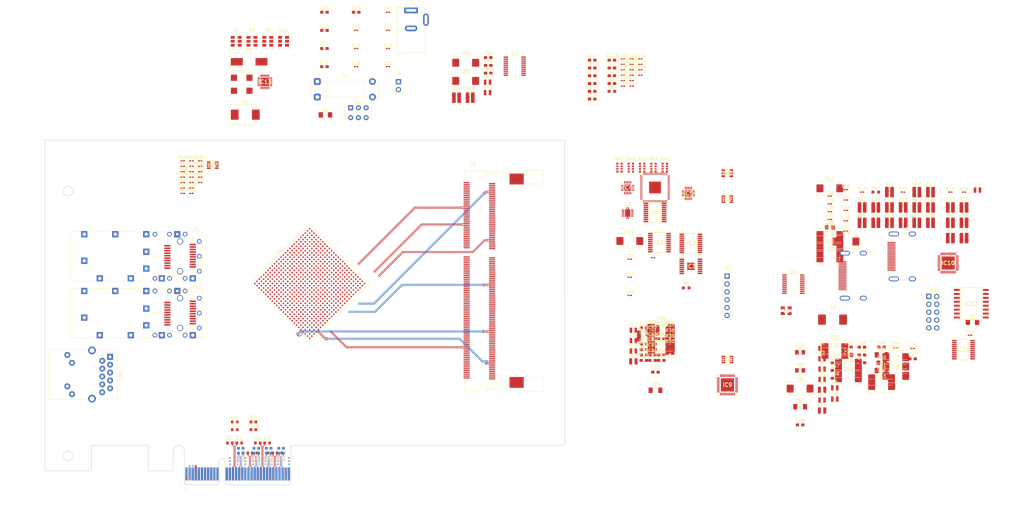
<source format=kicad_pcb>
(kicad_pcb (version 20240108) (generator "pcbnew") (generator_version "8.0")
  (title_block (title "PCIexpress_x16_full") (company "Author: Luca Anastasio"))
  (layers (0 "F.Cu" power) (1 "In1.Cu" power) (2 "In2.Cu" power) (31 "B.Cu" power) (34 "B.Paste" user) (35 "F.Paste" user) (36 "B.SilkS" user "B.Silkscreen") (37 "F.SilkS" user "F.Silkscreen") (38 "B.Mask" user) (39 "F.Mask" user) (44 "Edge.Cuts" user))
  (net 0 "")
  (net 1 "/PCIE_RX_0+")
  (net 2 "/PCIE_RX_0-")
  (net 3 "+12V")
  (net 4 "+3V3")
  (net 5 "+3.3VA")
  (net 6 "/PCIE_RX_1+")
  (net 7 "/PCIE_RX_1-")
  (net 8 "/PCIE_RX_2+")
  (net 9 "/PCIE_RX_2-")
  (net 10 "/PCIE_RX_3+")
  (net 11 "/PCIE_RX_3-")
  (net 15 "/PCIexpress_connector/term/IN+")
  (net 16 "/PCIexpress_connector/term/IN-")
  (net 17 "/PCIexpress_connector/Lane-1-TX/IN+")
  (net 18 "/PCIexpress_connector/Lane-1-TX/IN-")
  (net 19 "/PCIexpress_connector/Lane-2-TX/IN+")
  (net 20 "/PCIexpress_connector/Lane-2-TX/IN-")
  (net 21 "/PCIexpress_connector/Lane-3-TX/IN+")
  (net 22 "/SMCLK")
  (net 23 "/SMDAT")
  (net 24 "/~{TRST}")
  (net 25 "/~{WAKE}")
  (net 26 "/PCIexpress_connector/Lane-3-TX/IN-")
  (net 28 "/~{PRSNT1}")
  (net 29 "/TCK")
  (net 30 "/TDI")
  (net 31 "/TDO")
  (net 32 "/TMS")
  (net 33 "/~{PERST}")
  (net 34 "/REFCLK-")
  (net 35 "/REFCLK+")
  (net 36 "/PCIexpress_connector/_PER0_P")
  (net 37 "/PCIexpress_connector/_PER0_N")
  (net 38 "/PCIexpress_connector/_PER1_P")
  (net 39 "/PCIexpress_connector/_PER1_N")
  (net 40 "/PCIexpress_connector/_PER2_P")
  (net 41 "/PCIexpress_connector/_PER2_N")
  (net 42 "/PCIexpress_connector/_PER3_P")
  (net 43 "/PCIexpress_connector/_PER3_N")
  (net 244 "Net-(J3-VeeT-Pad1)")
  (net 253 "Net-(J3-VeeR-Pad10)")
  (net 261 "Net-(J4-VeeT-Pad1)")
  (net 270 "Net-(J4-VeeR-Pad10)")
  (net 281 "/FPGA - kintex/DDR3-B_A15")
  (net 282 "/FPGA - kintex/DDR3-B_A14")
  (net 283 "/FPGA - kintex/DDR3-B_A12")
  (net 284 "/FPGA - kintex/DDR3-B_A11")
  (net 285 "/FPGA - kintex/DDR3-B_A9")
  (net 286 "/FPGA - kintex/DDR3-B_A7")
  (net 287 "/FPGA - kintex/DDR3-B_A8")
  (net 288 "/FPGA - kintex/Bank-C/DDR3-B_DQ5")
  (net 289 "/FPGA - kintex/Bank-C/DDR3-B_DQ4")
  (net 290 "/FPGA - kintex/Bank-C/DDR3-B_DQ1")
  (net 291 "/FPGA - kintex/Bank-C/DDR3-B_DQS0+")
  (net 292 "/FPGA - kintex/Bank-C/DDR3-B_DQ3")
  (net 293 "/FPGA - kintex/Bank-C/DDR3-B_DQ2")
  (net 294 "/FPGA - kintex/Bank-C/DDR3-B_DQ0")
  (net 295 "/FPGA - kintex/Bank-C/DDR3-B_DQ7")
  (net 296 "/FPGA - kintex/Bank-C/DDR3-B_DQ6")
  (net 297 "/PCIE_TX_0-")
  (net 298 "/PCIE_TX_0+")
  (net 299 "/PCIE_TX_1-")
  (net 300 "/PCIE_TX_1+")
  (net 301 "/PCIE_TX_2-")
  (net 302 "/PCIE_TX_2+")
  (net 303 "/PCIE_TX_3-")
  (net 304 "/PCIE_TX_3+")
  (net 305 "/FPGA - kintex/Bank-E/CLK156.25-")
  (net 307 "/FPGA - kintex/Bank-E/CLK156.25+")
  (net 308 "/FPGA - kintex/Bank-E/CLK150-")
  (net 309 "/FPGA - kintex/Bank-E/CLK150+")
  (net 310 "/FPGA - kintex/Bank-E/SFP_A_TX-")
  (net 312 "/FPGA - kintex/Bank-E/SFP_A_TX+")
  (net 314 "/FPGA - kintex/Bank-E/SFP_A_RX-")
  (net 316 "/FPGA - kintex/Bank-E/SFP_A_RX+")
  (net 317 "/FPGA - kintex/Bank-E/SFP_B_TX-")
  (net 318 "/FPGA - kintex/Bank-E/SFP_B_TX+")
  (net 322 "/FPGA - kintex/Bank-E/CLK-")
  (net 323 "/FPGA - kintex/Bank-E/CLK+")
  (net 324 "/FPGA - kintex/Bank-E/SFP_B_RX-")
  (net 325 "/FPGA - kintex/Bank-E/SFP_B_RX+")
  (net 326 "/FPGA - kintex/Bank-E/B-SATA_TX-")
  (net 327 "/FPGA - kintex/Bank-E/B-SATA_TX+")
  (net 328 "/FPGA - kintex/Bank-E/B-SATA_RX-")
  (net 329 "/FPGA - kintex/Bank-E/B-SATA_RX+")
  (net 330 "/FPGA - kintex/Bank-E/A-SATA_TX-")
  (net 331 "/FPGA - kintex/Bank-E/A-SATA_TX+")
  (net 332 "/FPGA - kintex/Bank-E/A-SATA_RX-")
  (net 333 "/FPGA - kintex/Bank-E/A-SATA_RX+")
  (net 386 "/FPGA - kintex/DDR3-B_A6")
  (net 387 "/FPGA - kintex/Bank-C/KEY2")
  (net 388 "/FPGA - kintex/Bank-C/DDR3-B_DQS0-")
  (net 389 "/FPGA - kintex/Bank-C/DDR3-B_DQS1-")
  (net 390 "/FPGA - kintex/Bank-C/DDR3-B_DQS1+")
  (net 391 "/FPGA - kintex/Bank-C/DDR3-B_DQS2-")
  (net 392 "/FPGA - kintex/Bank-C/DDR3-B_DQS2+")
  (net 393 "/FPGA - kintex/Bank-C/DDR3-B_DQS3-")
  (net 394 "/FPGA - kintex/Bank-C/DDR3-B_DQS3+")
  (net 395 "/FPGA - kintex/Bank-C/DDR3-B_BA2")
  (net 396 "/FPGA - kintex/DDR3-B_A5")
  (net 397 "/FPGA - kintex/Bank-C/DDR3-B_BA1")
  (net 398 "/FPGA - kintex/Bank-C/DDR3-B_BA0")
  (net 399 "/FPGA - kintex/Bank-C/DDR3-B_CS0")
  (net 400 "/FPGA - kintex/DDR3-B_A4")
  (net 401 "/FPGA - kintex/Bank-C/DDR3-B_CS1")
  (net 404 "/Power2/1V5_EN")
  (net 405 "Net-(IC3-COMP)")
  (net 406 "/FPGA - kintex/Bank-C/DDR3-B_DQS4-")
  (net 407 "/FPGA - kintex/Bank-C/DDR3-B_DQS4+")
  (net 408 "/FPGA - kintex/Bank-C/DDR3-B_DQS5-")
  (net 409 "/FPGA - kintex/Bank-C/DDR3-B_DQS5+")
  (net 410 "/FPGA - kintex/Bank-C/DDR3-B_DQS6-")
  (net 411 "/FPGA - kintex/Bank-C/DDR3-B_DQS6+")
  (net 412 "/FPGA - kintex/Bank-C/DDR3-B_DQS7-")
  (net 413 "/FPGA - kintex/Bank-C/DDR3-B_DQS7+")
  (net 414 "/FPGA - kintex/Bank-C/DDR3-B_CKE1")
  (net 415 "/FPGA - kintex/Bank-C/DDR3-B_CKE0")
  (net 416 "/FPGA - kintex/Bank-C/0V75-VREF2")
  (net 417 "Net-(U1D-IO_0_VRN_33)")
  (net 418 "/FPGA - kintex/Bank-D/0V75-VREF1")
  (net 419 "Net-(IC3-ILIM)")
  (net 420 "Net-(IC3-SW)")
  (net 421 "Net-(SW1-C)")
  (net 422 "/Power2/3V3_EN")
  (net 423 "/PCIexpress_connector/~{PRSNT2x1}")
  (net 424 "Net-(SW1-B)")
  (net 425 "+3.3V")
  (net 466 "/Power2/DDR1V5")
  (net 467 "/Power2/0.75V")
  (net 475 "/Power/VCCINT1V")
  (net 481 "/FPGA - kintex/DDR3-B_A3")
  (net 482 "/FPGA - kintex/DDR3-B_A2")
  (net 483 "/FPGA - kintex/DDR3-B_A1")
  (net 484 "/FPGA - kintex/DDR3-B_A0")
  (net 485 "/FPGA - kintex/DDR3-B_A10")
  (net 486 "/FPGA - kintex/Bank-C/DDR3-B_DQ8")
  (net 487 "/FPGA - kintex/Bank-C/DDR3-B_DQ12")
  (net 488 "/FPGA - kintex/Bank-C/DDR3-B_DQ13")
  (net 489 "/FPGA - kintex/Bank-C/DDR3-B_DM1")
  (net 490 "/FPGA - kintex/Bank-C/DDR3-B_RESET")
  (net 491 "/FPGA - kintex/Bank-C/DDR3-B_DQ10")
  (net 492 "/FPGA - kintex/DDR3-B_A13")
  (net 493 "/FPGA - kintex/Bank-C/DDR3-B_DQ14")
  (net 494 "/FPGA - kintex/Bank-C/DDR3-B_DQ11")
  (net 495 "/FPGA - kintex/Bank-C/DDR3-B_DQ15")
  (net 496 "/FPGA - kintex/Bank-C/DDR3-B_DQ20")
  (net 497 "/FPGA - kintex/Bank-C/DDR3-B_DQ17")
  (net 498 "/FPGA - kintex/Bank-C/DDR3-B_DQ21")
  (net 499 "/FPGA - kintex/Bank-C/DDR3-B_DM2")
  (net 500 "/FPGA - kintex/Bank-C/DDR3-B_DQ22")
  (net 501 "/FPGA - kintex/Bank-C/DDR3-B_DQ18")
  (net 502 "/FPGA - kintex/Bank-C/DDR3-B_DQ23")
  (net 503 "/FPGA - kintex/DDR3-SODIMM/SODIMM1V5")
  (net 504 "/FPGA - kintex/Bank-C/DDR3-B_DQ19")
  (net 505 "/FPGA - kintex/Bank-C/DDR3-B_DQ28")
  (net 506 "/FPGA - kintex/Bank-C/DDR3-B_DQ24")
  (net 507 "/FPGA - kintex/Bank-C/DDR3-B_DQ29")
  (net 508 "/FPGA - kintex/Bank-C/DDR3-B_DQ25")
  (net 509 "/FPGA - kintex/Bank-C/DDR3-B_DM3")
  (net 510 "/FPGA - kintex/Bank-C/DDR3-B_DQ26")
  (net 511 "/FPGA - kintex/Bank-C/DDR3-B_DQ30")
  (net 512 "/FPGA - kintex/Bank-C/DDR3-B_DQ27")
  (net 513 "/FPGA - kintex/Bank-C/DDR3-B_DQ31")
  (net 514 "Net-(IC3-BOOST)")
  (net 515 "/FPGA - kintex/Bank-C/DDR3-B_CLK0+")
  (net 516 "/FPGA - kintex/Bank-C/DDR3-B_CLK1+")
  (net 517 "/FPGA - kintex/Bank-C/DDR3-B_CLK0-")
  (net 518 "/FPGA - kintex/Bank-C/DDR3-B_CLK1-")
  (net 519 "Net-(IC3-BP5)")
  (net 520 "Net-(IC3-SS{slash}SD)")
  (net 521 "/FPGA - kintex/Bank-C/DDR3-B_RAS")
  (net 522 "/FPGA - kintex/Bank-C/DDR3-B_WE")
  (net 523 "/FPGA - kintex/Bank-C/DDR3-B_CAS")
  (net 524 "/FPGA - kintex/Bank-C/DDR3-B_ODT0")
  (net 525 "/FPGA - kintex/Bank-C/DDR3-B_ODT1")
  (net 526 "/FPGA - kintex/Bank-C/DDR3-B_DQ32")
  (net 527 "/FPGA - kintex/Bank-C/DDR3-B_DQ36")
  (net 528 "/FPGA - kintex/Bank-C/DDR3-B_DQ33")
  (net 529 "/FPGA - kintex/Bank-C/DDR3-B_DQ37")
  (net 530 "/FPGA - kintex/Bank-C/DDR3-B_DM4")
  (net 531 "/FPGA - kintex/Bank-C/DDR3-B_DQ38")
  (net 532 "/FPGA - kintex/Bank-C/DDR3-B_DQ34")
  (net 533 "/FPGA - kintex/Bank-C/DDR3-B_DQ39")
  (net 534 "/FPGA - kintex/Bank-C/DDR3-B_DQ9")
  (net 535 "/FPGA - kintex/Bank-C/DDR3-B_DM0")
  (net 536 "/FPGA - kintex/Bank-C/DDR3-B_DQ16")
  (net 537 "/FPGA - kintex/DDR3-SODIMM/0.75V")
  (net 538 "/FPGA - kintex/DDR3-SODIMM/VREFDQ")
  (net 539 "/FPGA - kintex/DDR3-SODIMM/VREFCA")
  (net 540 "/FPGA - kintex/DDR3-SODIMM/DDR1V5")
  (net 541 "/FPGA - kintex/DDR3-SODIMM/DDR-B_EVENT")
  (net 542 "/FPGA - kintex/DDR3-SODIMM/DDR3-B_CKEL1")
  (net 543 "/FPGA - kintex/DDR3-SODIMM/DDR3-B_CKEL0")
  (net 544 "/FPGA - kintex/DDR3-SODIMM/DDR3-B-RESET")
  (net 545 "/FPGA - kintex/Bank-C/DDR3-B_DQ35")
  (net 546 "/FPGA - kintex/Bank-C/DDR3-B_DQ44")
  (net 547 "/FPGA - kintex/Bank-C/DDR3-B_DQ40")
  (net 548 "/FPGA - kintex/Bank-C/DDR3-B_DQ45")
  (net 549 "/FPGA - kintex/Bank-C/DDR3-B_DQ41")
  (net 550 "/FPGA - kintex/Bank-C/DDR3-B_DM5")
  (net 551 "/FPGA - kintex/Bank-C/DDR3-B_DQ42")
  (net 552 "/FPGA - kintex/Bank-C/DDR3-B_DQ46")
  (net 553 "/FPGA - kintex/Bank-C/DDR3-B_DQ43")
  (net 554 "/FPGA - kintex/Bank-C/DDR3-B_DQ47")
  (net 555 "/FPGA - kintex/Bank-C/DDR3-B_DQ48")
  (net 556 "/FPGA - kintex/Bank-C/DDR3-B_DQ52")
  (net 557 "/FPGA - kintex/Bank-C/DDR3-B_DQ49")
  (net 558 "/FPGA - kintex/Bank-C/DDR3-B_DQ53")
  (net 559 "/FPGA - kintex/Bank-C/DDR3-B_DM6")
  (net 560 "/FPGA - kintex/Bank-C/DDR3-B_DQ54")
  (net 561 "/FPGA - kintex/Bank-C/DDR3-B_DQ50")
  (net 562 "/FPGA - kintex/Bank-C/DDR3-B_DQ55")
  (net 563 "/FPGA - kintex/Bank-C/DDR3-B_DQ51")
  (net 564 "/FPGA - kintex/Bank-C/DDR3-B_DQ60")
  (net 565 "/FPGA - kintex/Bank-C/DDR3-B_DQ56")
  (net 566 "/FPGA - kintex/Bank-C/DDR3-B_DQ61")
  (net 567 "/FPGA - kintex/Bank-C/DDR3-B_DQ57")
  (net 568 "/FPGA - kintex/Bank-C/DDR3-B_DM7")
  (net 569 "/FPGA - kintex/Bank-C/DDR3-B_DQ58")
  (net 570 "/FPGA - kintex/Bank-C/DDR3-B_DQ62")
  (net 571 "/FPGA - kintex/Bank-C/DDR3-B_DQ59")
  (net 572 "/FPGA - kintex/Bank-C/DDR3-B_DQ63")
  (net 573 "/FPGA - kintex/Bank-C/DDR3-B-EVENT")
  (net 574 "/FPGA - kintex/Bank-C/DDR3-B_SDA")
  (net 575 "/FPGA - kintex/Bank-C/DDR3-B_SCL")
  (net 576 "Net-(IC3-PGND)")
  (net 577 "Net-(IC3-BP10)")
  (net 578 "Net-(IC3-VFB)")
  (net 579 "Net-(C60-Pad2)")
  (net 580 "Net-(C62-Pad1)")
  (net 581 "Net-(C62-Pad2)")
  (net 582 "Net-(U3-VOSNS)")
  (net 583 "Net-(U3-REFIN)")
  (net 584 "Net-(U3-VO)")
  (net 585 "Net-(C72-Pad2)")
  (net 586 "Net-(C83-Pad1)")
  (net 587 "Net-(IC4-SS{slash}TR)")
  (net 588 "Net-(C85-Pad1)")
  (net 589 "Net-(IC5-SS{slash}TR)")
  (net 590 "Net-(IC4-BOOT)")
  (net 591 "Net-(IC4-PH_1)")
  (net 592 "Net-(C88-Pad1)")
  (net 593 "Net-(IC5-BOOT)")
  (net 594 "Net-(IC5-PH_1)")
  (net 595 "Net-(C91-Pad1)")
  (net 636 "Net-(IC3-KFF)")
  (net 637 "Net-(IC3-RT)")
  (net 638 "Net-(IC3-SYNC)")
  (net 641 "Net-(IC4-RT{slash}CLK)")
  (net 642 "Net-(IC4-VSENSE)")
  (net 643 "Net-(IC4-COMP)")
  (net 644 "Net-(IC4-PWRGD)")
  (net 645 "Net-(IC5-RT{slash}CLK)")
  (net 646 "Net-(IC5-VSENSE)")
  (net 647 "Net-(IC5-COMP)")
  (net 648 "Net-(IC5-PWRGD)")
  (net 649 "Net-(D4-K)")
  (net 650 "Net-(D4-A)")
  (net 651 "Net-(IC6-BST)")
  (net 652 "Net-(IC6-FB)")
  (net 653 "Net-(IC6-EN)")
  (net 654 "Net-(IC6-IN)")
  (net 663 "Net-(IC8-AAM)")
  (net 664 "Net-(IC8-SW)")
  (net 667 "Net-(IC7-AAM)")
  (net 668 "Net-(IC7-SW)")
  (net 669 "Net-(IC7-BST)")
  (net 670 "Net-(IC7-EN)")
  (net 859 "/FPGA - kintex/Bank-C/0.75V")
  (net 860 "/FPGA - kintex/Bank-D/0.75V")
  (net 861 "Net-(U3-VIN)")
  (net 862 "/FPGA - kintex/Bank-D/DDR1V5")
  (net 863 "Net-(U1D-IO_25_VRP_33)")
  (net 866 "Net-(U3-PGOOD)")
  (net 867 "Net-(U3-EN)")
  (net 869 "Net-(U4-GND-Pad2)")
  (net 1042 "/FPGA - kintex/Bank-F/VCCINT1V")
  (net 1043 "/FPGA - kintex/Bank-H/1V8")
  (net 1044 "/FPGA - kintex/Bank-F/AVTT1V2")
  (net 1045 "Net-(U1F-MGTRREF_115)")
  (net 1046 "/FPGA - kintex/Bank-B/VCCIO")
  (net 1047 "/FPGA - kintex/Bank-a/VCCIO")
  (net 1048 "/FPGA - kintex/Bank-C/DDR1V5")
  (net 1049 "/FPGA - kintex/Bank-F/1V8")
  (net 1050 "/FPGA - kintex/Bank-H/VCCINT1V")
  (net 1051 "/FPGA - kintex/Bank-E/PCIE_CLK+")
  (net 1052 "/FPGA - kintex/Bank-E/PCIE_CLK-")
  (net 1106 "Net-(IC7-VCC)")
  (net 1107 "Net-(IC7-FB)")
  (net 1108 "Net-(IC8-BST)")
  (net 1109 "Net-(IC8-EN)")
  (net 1110 "Net-(IC8-VCC)")
  (net 1111 "Net-(IC8-FB)")
  (net 1112 "Net-(J13-Pin_1)")
  (net 1113 "Net-(J13-Pin_3)")
  (net 1114 "Net-(J13-Pin_2)")
  (net 1115 "Net-(C134-Pad2)")
  (net 1116 "Net-(R53-Pad1)")
  (net 1117 "Net-(C139-Pad1)")
  (net 1118 "Net-(C135-Pad2)")
  (net 1119 "Net-(R59-Pad1)")
  (net 1120 "Net-(C144-Pad1)")
  (net 1121 "Net-(C147-Pad2)")
  (net 1122 "Net-(C146-Pad2)")
  (footprint "Resistor_SMD:R_0603_1608Metric" (layer "F.Cu") (at 127.125 180.625)
    (property "Reference" "R1")
    (property "Value" "49.9")
  )
  (footprint "Resistor_SMD:R_0603_1608Metric" (layer "F.Cu") (at 124.125 180.625 180)
    (property "Reference" "R2")
    (property "Value" "49.9")
  )
  (footprint "Resistor_SMD:R_0603_1608Metric" (layer "F.Cu") (at 136.125 180.625)
    (property "Reference" "R5")
    (property "Value" "49.9")
  )
  (footprint "Resistor_SMD:R_0603_1608Metric" (layer "F.Cu") (at 133.125 180.625 180)
    (property "Reference" "R6")
    (property "Value" "49.9")
  )
  (footprint "Resistor_SMD:R_0603_1608Metric" (layer "F.Cu") (at 140.125 183.875)
    (property "Reference" "R7")
    (property "Value" "49.9")
  )
  (footprint "Resistor_SMD:R_0603_1608Metric" (layer "F.Cu") (at 137.125 183.875 180)
    (property "Reference" "R8")
    (property "Value" "49.9")
  )
  (footprint "Resistor_SMD:R_0603_1608Metric" (layer "F.Cu") (at 129.125 183.875 180)
    (property "Reference" "R4")
    (property "Value" "49.9")
  )
  (footprint "Resistor_SMD:R_0603_1608Metric" (layer "F.Cu") (at 132.125 183.875)
    (property "Reference" "R3")
    (property "Value" "49.9")
  )
  (footprint "PCIexpress:PCIexpress_bracket_full" (layer "F.Cu") (at 109.625 194.125)
    (property "Reference" "J2" (hide yes))
    (property "Value" "PCIexpress_bracket")
  )
  (footprint "PCIexpress:PCIexpress_x4" (layer "F.Cu") (at 109.625 194.125)
    (property "Reference" "J1" (hide yes))
    (property "Value" "PCIexpress_x4")
  )
  (footprint "Resistor_SMD:R_0612_1632Metric_Pad1.18x3.40mm_HandSolder" (layer "F.Cu") (at 266.055 148.745)
    (property "Reference" "R39")
    (property "Value" "100k")
  )
  (footprint "Capacitor_SMD:C_0201_0603Metric_Pad0.64x0.40mm_HandSolder" (layer "F.Cu") (at 253.7025 60.295)
    (property "Reference" "C109")
    (property "Value" "100n")
  )
  (footprint "Inductor_SMD_Wurth:L_Wurth_WE-LQSH-2512" (layer "F.Cu") (at 315.0925 170.17)
    (property "Reference" "L10")
    (property "Value" "3u3")
  )
  (footprint "Capacitor_SMD:C_0603_1608Metric_Pad1.08x0.95mm_HandSolder" (layer "F.Cu") (at 319.2425 154.735)
    (property "Reference" "C56")
    (property "Value" "100n")
  )
  (footprint "Resistor_SMD:R_0612_1632Metric_Pad1.18x3.40mm_HandSolder" (layer "F.Cu") (at 332.4175 104.675)
    (property "Reference" "R26")
    (property "Value" "4k7")
  )
  (footprint "Package_SO:TSSOP-20_4.4x6.5mm_P0.65mm" (layer "F.Cu") (at 305.8475 129.415)
    (property "Reference" "U6")
    (property "Value" "TXS0108EPW")
  )
  (footprint "Capacitor_SMD:C_0201_0603Metric_Pad0.64x0.40mm_HandSolder" (layer "F.Cu") (at 322.7975 112.325)
    (property "Reference" "C37")
    (property "Value" "100n")
  )
  (footprint "Capacitor_SMD:C_0603_1608Metric_Pad1.08x0.95mm_HandSolder" (layer "F.Cu") (at 260.435 146.995)
    (property "Reference" "C83")
    (property "Value" "8200p")
  )
  (footprint "Connector:Connector_SFP_and_Cage" (layer "F.Cu") (at 114.265 120.43)
    (property "Reference" "J3")
    (property "Value" "SFP+")
  )
  (footprint "Resistor_SMD:R_0612_1632Metric_Pad1.18x3.40mm_HandSolder" (layer "F.Cu") (at 336.8275 109.625)
    (property "Reference" "R33")
    (property "Value" "24k")
  )
  (footprint "Resistor_SMD:R_0612_1632Metric_Pad1.18x3.40mm_HandSolder" (layer "F.Cu") (at 356.4675 104.675)
    (property "Reference" "R17")
    (property "Value" "20k")
  )
  (footprint "Capacitor_SMD:C_0603_1608Metric" (layer "F.Cu") (at 131.71 176.345)
    (property "Reference" "C128")
    (property "Value" "100n")
  )
  (footprint "Diode_SMD:D_SMC" (layer "F.Cu") (at 318.4625 140.845)
    (property "Reference" "D2")
    (property "Value" "B340")
  )
  (footprint "Capacitor_SMD:C_0603_1608Metric_Pad1.08x0.95mm_HandSolder" (layer "F.Cu") (at 247.3125 59.685)
    (property "Reference" "C124")
    (property "Value" "100n")
  )
  (footprint "Resistor_SMD:R_0603_1608Metric_Pad0.98x0.95mm_HandSolder" (layer "F.Cu") (at 332.4175 99.725)
    (property "Reference" "R11")
    (property "Value" "4k7")
  )
  (footprint "SamacSys_Parts:SOP65P640X120-20N" (layer "F.Cu") (at 360.687 150.56)
    (property "Reference" "IC11")
    (property "Value" "TXS0108EPWRG4" (hide yes))
  )
  (footprint "Oscillator:Oscillator_SMD_EuroQuartz_XO91-4Pin_7.0x5.0mm" (layer "F.Cu") (at 127.94 64.945)
    (property "Reference" "X1")
    (property "Value" "XO91")
  )
  (footprint "Capacitor_SMD:C_0201_0603Metric_Pad0.64x0.40mm_HandSolder" (layer "F.Cu") (at 164.865 47.575)
    (property "Reference" "C14")
    (property "Value" "100n")
  )
  (footprint "Capacitor_SMD:C_0201_0603Metric_Pad0.64x0.40mm_HandSolder" (layer "F.Cu") (at 175.115 41.725)
    (property "Reference" "C17")
    (property "Value" "100n")
  )
  (footprint "Diode_SMD:D_SMC" (layer "F.Cu") (at 129.085 74.745)
    (property "Reference" "D4")
    (property "Value" "B340")
  )
  (footprint "Package_SO:TSSOP-20_4.4x6.5mm_P0.65mm" (layer "F.Cu") (at 215.9825 59.12)
    (property "Reference" "U7")
    (property "Value" "TXS0108EPW")
  )
  (footprint "SamacSys_Parts:SOT65P280X100-8N" (layer "F.Cu") (at 284.5225 101.995)
    (property "Reference" "IC7")
    (property "Value" "MP2315SGJ-Z" (hide yes))
  )
  (footprint "Connector_PinHeader_2.54mm:PinHeader_2x05_P2.54mm_Vertical" (layer "F.Cu") (at 349.5275 133.375)
    (property "Reference" "J11")
    (property "Value" "Conn_02x05_Odd_Even")
  )
  (footprint "Resistor_SMD:R_0201_0603Metric_Pad0.64x0.40mm_HandSolder" (layer "F.Cu") (at 114.5425 94.895)
    (property "Reference" "R63")
    (property "Value" "0R")
  )
  (footprint "Capacitor_SMD:C_0603_1608Metric_Pad1.08x0.95mm_HandSolder" (layer "F.Cu") (at 257.625 153.995)
    (property "Reference" "C80")
    (property "Value" "100n")
  )
  (footprint "Resistor_SMD:R_0612_1632Metric_Pad1.18x3.40mm_HandSolder" (layer "F.Cu") (at 350.0575 104.675)
    (property "Reference" "R30")
    (property "Value" "24k")
  )
  (footprint "Capacitor_SMD:C_0201_0603Metric_Pad0.64x0.40mm_HandSolder" (layer "F.Cu") (at 250.8925 65.545)
    (property "Reference" "C106")
    (property "Value" "100n")
  )
  (footprint "Capacitor_SMD:C_0603_1608Metric_Pad1.08x0.95mm_HandSolder" (layer "F.Cu") (at 260.435 148.745)
    (property "Reference" "C84")
    (property "Value" "10n")
  )
  (footprint "Capacitor_SMD:C_0603_1608Metric_Pad1.08x0.95mm_HandSolder" (layer "F.Cu") (at 327.9425 154.735)
    (property "Reference" "C71")
    (property "Value" "100n")
  )
  (footprint "Capacitor_SMD:C_0603_1608Metric_Pad1.08x0.95mm_HandSolder" (layer "F.Cu") (at 207.4325 58.86)
    (property "Reference" "C99")
    (property "Value" "100n")
  )
  (footprint "Capacitor_SMD:C_0201_0603Metric_Pad0.64x0.40mm_HandSolder" (layer "F.Cu") (at 338.8725 149.965)
    (property "Reference" "C32")
    (property "Value" "100n")
  )
  (footprint "SamacSys_Parts:SOP65P640X120-17N" (layer "F.Cu") (at 272.7985 123.67)
    (property "Reference" "IC3")
    (property "Value" "TPS40057PWP" (hide yes))
  )
  (footprint "Inductor_SMD_Wurth:L_Wurth_WE-LQSH-2512" (layer "F.Cu") (at 315.0925 163.49)
    (property "Reference" "L7")
    (property "Value" "1u5")
  )
  (footprint "Resistor_SMD:R_0201_0603Metric_Pad0.64x0.40mm_HandSolder" (layer "F.Cu") (at 341.2375 99.725)
    (property "Reference" "R13")
    (property "Value" "4k7")
  )
  (footprint "Capacitor_Tantalum_SMD:CP_EIA-7343-43_Kemet-X_Pad2.25x2.55mm_HandSolder" (layer "F.Cu") (at 322.7975 115.675)
    (property "Reference" "C40")
    (property "Value" "22uf")
  )
  (footprint "Capacitor_SMD:C_0201_0603Metric_Pad0.64x0.40mm_HandSolder" (layer "F.Cu") (at 253.7025 58.545)
    (property "Reference" "C108")
    (property "Value" "100n")
  )
  (footprint "Capacitor_SMD:C_1206_3216Metric_Pad1.33x1.80mm_HandSolder" (layer "F.Cu") (at 257.625 146.995)
    (property "Reference" "C76")
    (property "Value" "330u")
  )
  (footprint "Fuse:Fuseholder_Clip-5x20mm_Bel_FC-203-22_Lateral_P17.80x5.00mm_D1.17mm_Horizontal" (layer "F.Cu") (at 152.315 64.075)
    (property "Reference" "F1")
    (property "Value" "Fuse")
  )
  (footprint "Inductor_SMD_Wurth:L_Wurth_WE-LQSH-2010" (layer "F.Cu") (at 254.245 147.63)
    (property "Reference" "L12")
    (property "Value" "100nH")
  )
  (footprint "Capacitor_SMD:C_0603_1608Metric_Pad1.08x0.95mm_HandSolder" (layer "F.Cu") (at 263.245 152.245)
    (property "Reference" "C93")
    (property "Value" "100n")
  )
  (footprint "Resistor_SMD:R_0201_0603Metric_Pad0.64x0.40mm_HandSolder" (layer "F.Cu") (at 108.9225 100.145)
    (property "Reference" "R52")
    (property "Value" "100k")
  )
  (footprint "Resistor_SMD:R_0612_1632Metric_Pad1.18x3.40mm_HandSolder" (layer "F.Cu") (at 341.2375 104.675)
    (property "Reference" "R28")
    (property "Value" "4k7")
  )
  (footprint "Capacitor_Tantalum_SMD:CP_EIA-7343-40_Kemet-Y_Pad2.25x2.55mm_HandSolder" (layer "F.Cu") (at 317.6175 121.095)
    (property "Reference" "C43")
    (property "Value" "22uF")
  )
  (footprint "Capacitor_SMD:C_1206_3216Metric_Pad1.33x1.80mm_HandSolder" (layer "F.Cu") (at 260.435 145.245)
    (property "Reference" "C82")
    (property "Value" "330u")
  )
  (footprint "Resistor_SMD:R_0612_1632Metric_Pad1.18x3.40mm_HandSolder" (layer "F.Cu") (at 356.4675 109.625)
    (property "Reference" "R19")
    (property "Value" "120k")
  )
  (footprint "Capacitor_SMD:C_0201_0603Metric_Pad0.64x0.40mm_HandSolder" (layer "F.Cu") (at 175.115 53.425)
    (property "Reference" "C19")
    (property "Value" "100n")
  )
  (footprint "Resistor_SMD:R_0201_0603Metric_Pad0.64x0.40mm_HandSolder" (layer "F.Cu") (at 111.7325 96.645)
    (property "Reference" "R57")
    (property "Value" "53k6")
  )
  (footprint "Resistor_SMD:R_0612_1632Metric_Pad1.18x3.40mm_HandSolder" (layer "F.Cu") (at 266.055 150.495)
    (property "Reference" "R40")
    (property "Value" "35k7")
  )
  (footprint "Resistor_SMD:R_0612_1632Metric_Pad1.18x3.40mm_HandSolder" (layer "F.Cu") (at 360.8775 114.575)
    (property "Reference" "R22")
    (property "Value" "100k")
  )
  (footprint "SamacSys_Parts:QFN50P600X600X100-41N-D" (layer "F.Cu") (at 355.755 122.595)
    (property "Reference" "IC10")
    (property "Value" "TMDS141RHAR" (hide yes))
  )
  (footprint "Inductor_SMD_Wurth:L_Wurth_WE-LQSH-2010" (layer "F.Cu") (at 254.245 144.29)
    (property "Reference" "L11")
    (property "Value" "100nH")
  )
  (footprint "Capacitor_SMD:C_0603_1608Metric_Pad1.08x0.95mm_HandSolder" (layer "F.Cu") (at 154.615 41.725)
    (property "Reference" "C9")
    (property "Value" "100n")
  )
  (footprint "2-2013289-2:TE_2-2013289-2" (layer "F.Cu") (at 204.585 128.305)
    (property "Reference" "J5")
    (property "Value" "2-2013289-2")
  )
  (footprint "Capacitor_SMD:C_0603_1608Metric_Pad1.08x0.95mm_HandSolder" (layer "F.Cu") (at 319.2425 157.245)
    (property "Reference" "C57")
    (property "Value" "100n")
  )
  (footprint "Capacitor_Tantalum_SMD:CP_EIA-7343-43_Kemet-X_Pad2.25x2.55mm_HandSolder" (layer "F.Cu") (at 317.6175 118.585)
    (property "Reference" "C42")
    (property "Value" "22uf")
  )
  (footprint "Connector_PinSocket_2.54mm:PinSocket_1x02_P2.54mm_Vertical" (layer "F.Cu") (at 178.485 64.125)
    (property "Reference" "J6")
    (property "Value" "FAN")
  )
  (footprint "Capacitor_SMD:C_0603_1608Metric_Pad1.08x0.95mm_HandSolder" (layer "F.Cu") (at 207.4325 61.37)
    (property "Reference" "C100")
    (property "Value" "100n")
  )
  (footprint "Capacitor_SMD:C_0603_1608Metric_Pad1.08x0.95mm_HandSolder" (layer "F.Cu") (at 327.9425 152.225)
    (property "Reference" "C70")
    (property "Value" "100n")
  )
  (footprint "Connector_PinSocket_2.54mm:PinSocket_1x06_P2.54mm_Vertical" (layer "F.Cu") (at 284.4575 126.815)
    (property "Reference" "J12")
    (property "Value" "Conn_01x06_Socket")
  )
  (footprint "Capacitor_SMD:C_0603_1608Metric_Pad1.08x0.95mm_HandSolder" (layer "F.Cu") (at 257.625 150.495)
    (property "Reference" "C78")
    (property "Value" "100n")
  )
  (footprint "Resistor_SMD:R_0201_0603Metric_Pad0.64x0.40mm_HandSolder" (layer "F.Cu") (at 111.7325 98.395)
    (property "Reference" "R58")
    (property "Value" "47k")
  )
  (footprint "Resistor_SMD:R_0612_1632Metric_Pad1.18x3.40mm_HandSolder" (layer "F.Cu") (at 345.6475 104.675)
    (property "Reference" "R29")
    (property "Value" "1k69")
  )
  (footprint "Resistor_SMD:R_0603_1608Metric_Pad0.98x0.95mm_HandSolder" (layer "F.Cu") (at 271.2725 130.625)
    (property "Reference" "R9")
    (property "Value" "49R9")
  )
  (footprint "Capacitor_SMD:C_0603_1608Metric_Pad1.08x0.95mm_HandSolder" (layer "F.Cu") (at 240.9625 69.725)
    (property "Reference" "C122")
    (property "Value" "100n")
  )
  (footprint "Capacitor_Tantalum_SMD:CP_EIA-7343-43_Kemet-X_Pad2.25x2.55mm_HandSolder" (layer "F.Cu") (at 338.8725 152.975)
    (property "Reference" "C44")
    (property "Value" "22uf")
  )
  (footprint "Resistor_SMD:R_0201_0603Metric_Pad0.64x0.40mm_HandSolder" (layer "F.Cu") (at 111.7325 94.895)
    (property "Reference" "R56")
    (property "Value" "31k6")
  )
  (footprint "Capacitor_SMD:C_0603_1608Metric_Pad1.08x0.95mm_HandSolder" (layer "F.Cu") (at 319.2425 159.755)
    (property "Reference" "C58")
    (property "Value" "100n")
  )
  (footprint "Capacitor_SMD:C_0603_1608Metric_Pad1.08x0.95mm_HandSolder" (layer "F.Cu") (at 261.365 157.795)
    (property "Reference" "C72")
    (property "Value" "100n")
  )
  (footprint "Inductor_SMD_Wurth:L_Wurth_WE-LQSH-2010" (layer "F.Cu") (at 319.1925 166.47)
    (property "Reference" "L8")
    (property "Value" "100nH")
  )
  (footprint "Resistor_SMD:R_0612_1632Metric_Pad1.18x3.40mm_HandSolder" (layer "F.Cu") (at 336.8275 99.725)
    (property "Reference" "R12")
    (property "Value" "R")
  )
  (footprint "Capacitor_SMD:C_0603_1608Metric_Pad1.08x0.95mm_HandSolder" (layer "F.Cu") (at 260.435 153.995)
    (property "Reference" "C87")
    (property "Value" "100n")
  )
  (footprint "Button_Switch_THT:SW_E-Switch_EG1271_SPDT" (layer "F.Cu") (at 163.07 72.525)
    (property "Reference" "SW1")
    (property "Value" "SW_SPDT")
  )
  (footprint "Capacitor_SMD:C_0201_0603Metric_Pad0.64x0.40mm_HandSolder" (layer "F.Cu") (at 322.7975 105.625)
    (property "Reference" "C34")
    (property "Value" "100n")
  )
  (footprint "Resistor_SMD:R_0201_0603Metric_Pad0.64x0.40mm_HandSolder" (layer "F.Cu") (at 108.9225 98.395)
    (property "Reference" "R51")
    (property "Value" "10R")
  )
  (footprint "Capacitor_Tantalum_SMD:CP_EIA-7343-30_AVX-N_Pad2.25x2.55mm_HandSolder" (layer "F.Cu") (at 317.6175 98.505)
    (property "Reference" "C27")
    (property "Value" "330u")
  )
  (footprint "Capacitor_SMD:C_0805_2012Metric_Pad1.18x1.45mm_HandSolder" (layer "F.Cu") (at 308.0125 151.385)
    (property "Reference" "C60")
    (property "Value" "330p")
  )
  (footprint "Capacitor_SMD:C_0201_0603Metric_Pad0.64x0.40mm_HandSolder" (layer "F.Cu") (at 250.8925 63.795)
    (property "Reference" "C105")
    (property "Value" "100n")
  )
  (footprint "Capacitor_SMD:C_0603_1608Metric_Pad1.08x0.95mm_HandSolder" (layer "F.Cu") (at 344.2825 153.485)
    (property "Reference" "C47")
    (property "Value" "100p")
  )
  (footprint "Capacitor_Tantalum_SMD:CP_EIA-7343-43_Kemet-X_Pad2.25x2.55mm_HandSolder" (layer "F.Cu") (at 263.245 145.245)
    (property "Reference" "C89")
    (property "Value" "22u")
  )
  (footprint "Resistor_SMD:R_Array_Convex_4x0612" (layer "F.Cu") (at 257.0725 91.845)
    (property "Reference" "RN3")
    (property "Value" "R_Pack04")
  )
  (footprint "Connector_RJ:RJ45_UDE_RB1-125B8G1A" (layer "F.Cu") (at 85.495 152.85 -90)
    (property "Reference" "J10")
    (property "Value" "RJ45_RB1-125B8G1A")
  )
  (footprint "Resistor_SMD:R_0201_0603Metric_Pad0.64x0.40mm_HandSolder" (layer "F.Cu") (at 108.9225 89.645)
    (property "Reference" "R46")
    (property "Value" "27k")
  )
  (footprint "Resistor_SMD:R_0612_1632Metric_Pad1.18x3.40mm_HandSolder" (layer "F.Cu") (at 197.2125 69.27)
    (property "Reference" "R41")
    (property "Value" "R")
  )
  (footprint "Capacitor_SMD:C_0603_1608Metric_Pad1.08x0.95mm_HandSolder" (layer "F.Cu") (at 247.3125 64.705)
    (property "Reference" "C126")
    (property "Value" "100n")
  )
  (footprint "Capacitor_SMD:C_1206_3216Metric_Pad1.33x1.80mm_HandSolder" (layer "F.Cu") (at 334.2925 157.245)
    (property "Reference" "C51")
    (property "Value" "1u")
  )
  (footprint "Capacitor_SMD:C_1206_3216Metric_Pad1.33x1.80mm_HandSolder" (layer "F.Cu") (at 257.625 145.245)
    (property "Reference" "C75")
    (property "Value" "10u")
  )
  (footprint "Capacitor_SMD:C_0201_0603Metric_Pad0.64x0.40mm_HandSolder" (layer "F.Cu") (at 250.8925 56.795)
    (property "Reference" "C101")
    (property "Value" "100n")
  )
  (footprint "Capacitor_SMD:C_0201_0603Metric_Pad0.64x0.40mm_HandSolder" (layer "F.Cu") (at 260.6025 120.845)
    (property "Reference" "C21")
    (property "Value" "100n")
  )
  (footprint "SamacSys_Parts:QFN50P400X400X90-25N-D" (layer "F.Cu") (at 135.415 64.17)
    (property "Reference" "IC13")
    (property "Value" "SI5338A-B04911-GM" (hide yes))
  )
  (footprint "Resistor_SMD:R_0201_0603Metric_Pad0.64x0.40mm_HandSolder" (layer "F.Cu") (at 111.7325 89.645)
    (property "Reference" "R53")
    (property "Value" "59k")
  )
  (footprint "Oscillator:Oscillator_SMD_IDT_JS6-6_5.0x3.2mm_P1.27mm" (layer "F.Cu") (at 136.34 51.095)
    (property "Reference" "U9")
    (property "Value" "XUX53")
  )
  (footprint "Oscillator:Oscillator_SMD_IDT_JS6-6_5.0x3.2mm_P1.27mm" (layer "F.Cu") (at 126.16 51.095)
    (property "Reference" "U2")
    (property "Value" "XUX53")
  )
  (footprint "Capacitor_Tantalum_SMD:CP_EIA-7343-43_Kemet-X_Pad2.25x2.55mm_HandSolder" (layer "F.Cu") (at 338.8725 158.995)
    (property "Reference" "C46")
    (property "Value" "22uf")
  )
  (footprint "Capacitor_SMD:C_0201_0603Metric_Pad0.64x0.40mm_HandSolder" (layer "F.Cu") (at 164.865 59.275)
    (property "Reference" "C16")
    (property "Value" "100n")
  )
  (footprint "Package_BGA:Xilinx_FFG676" (layer "F.Cu") (at 149.845 129.205 45)
    (property "Reference" "U1")
    (property "Value" "XC7K325T-FFG676")
  )
  (footprint "SamacSys_Parts:X32250001230304085" (layer "F.Cu") (at 303.5225 137.99)
    (property "Reference" "Y1")
    (property "Value" "X32-25.000-12-30_30_4085" (hide yes))
  )
  (footprint "Capacitor_Tantalum_SMD:CP_EIA-7343-31_Kemet-D_Pad2.25x2.55mm_HandSolder" (layer "F.Cu") (at 200.1525 63.87)
    (property "Reference" "C97")
    (property "Value" "330u")
  )
  (footprint "Capacitor_SMD:C_0603_1608Metric_Pad1.08x0.95mm_HandSolder" (layer "F.Cu") (at 154.615 53.425)
    (property "Reference" "C11")
    (property "Value" "100n")
  )
  (footprint "Capacitor_SMD:C_0201_0603Metric_Pad0.64x0.40mm_HandSolder" (layer "F.Cu") (at 175.115 47.575)
    (property "Reference" "C18")
    (property "Value" "100n")
  )
  (footprint "Resistor_SMD:R_0612_1632Metric_Pad1.18x3.40mm_HandSolder" (layer "F.Cu") (at 266.055 146.995)
    (property "Reference" "R38")
    (property "Value" "8k06")
  )
  (footprint "Resistor_SMD:R_0201_0603Metric_Pad0.64x0.40mm_HandSolder" (layer "F.Cu") (at 114.5425 89.645)
    (property "Reference" "R60")
    (property "Value" "20k5")
  )
  (footprint "Capacitor_SMD:C_0201_0603Metric_Pad0.64x0.40mm_HandSolder" (layer "F.Cu") (at 253.7025 65.545)
    (property "Reference" "C112")
    (property "Value" "100n")
  )
  (footprint "Capacitor_SMD:C_1206_3216Metric_Pad1.33x1.80mm_HandSolder" (layer "F.Cu") (at 308.0125 168.935)
    (property "Reference" "C67")
    (property "Value" "10u")
  )
  (footprint "Capacitor_SMD:C_0201_0603Metric_Pad0.64x0.40mm_HandSolder" (layer "F.Cu") (at 256.5125 60.295)
    (property "Reference" "C115")
    (property "Value" "100n")
  )
  (footprint "Resistor_SMD:R_0612_1632Metric_Pad1.18x3.40mm_HandSolder" (layer "F.Cu") (at 350.0575 109.625)
    (property "Reference" "R36")
    (property "Value" "35k7")
  )
  (footprint "Capacitor_SMD:C_1206_3216Metric_Pad1.33x1.80mm_HandSolder" (layer "F.Cu") (at 260.435 143.495)
    (property "Reference" "C81")
    (property "Value" "10u")
  )
  (footprint "Inductor_SMD_Wurth:L_Wurth_WE-LQSH-2010" (layer "F.Cu") (at 315.0925 153.47)
    (property "Reference" "L3")
    (property "Value" "L")
  )
  (footprint "Resistor_SMD:R_0201_0603Metric_Pad0.64x0.40mm_HandSolder" (layer "F.Cu") (at 111.7325 100.145)
    (property "Reference" "R59")
    (property "Value" "75k")
  )
  (footprint "Capacitor_SMD:C_0201_0603Metric_Pad0.64x0.40mm_HandSolder" (layer "F.Cu") (at 256.5125 56.795)
    (property "Reference" "C113")
    (property "Value" "100n")
  )
  (footprint "Inductor_SMD_Wurth:L_Wurth_WE-LQSH-2010" (layer "F.Cu") (at 315.0925 150.13)
    (property "Reference" "L2")
    (property "Value" "100n")
  )
  (footprint "Capacitor_SMD:C_0201_0603Metric_Pad0.64x0.40mm_HandSolder" (layer "F.Cu") (at 253.7025 56.795)
    (property "Reference" "C107")
    (property "Value" "100n")
  )
  (footprint "Capacitor_SMD:C_0603_1608Metric_Pad1.08x0.95mm_HandSolder" (layer "F.Cu") (at 240.9625 67.215)
    (property "Reference" "C121")
    (property "Value" "100n")
  )
  (footprint "Capacitor_SMD:C_0201_0603Metric_Pad0.64x0.40mm_HandSolder" (layer "F.Cu") (at 322.7975 108.975)
    (property "Reference" "C36")
    (property "Value" "100n")
  )
  (footprint "SamacSys_Parts:SOP65P640X120-20N" (layer "F.Cu") (at 262.6475 116.02)
    (property "Reference" "IC1")
    (property "Value" "TXS0108EPWRG4" (hide yes))
  )
  (footprint "Resistor_SMD:R_0612_1632Metric_Pad1.18x3.40mm_HandSolder" (layer "F.Cu") (at 332.4175 109.625)
    (property "Reference" "R32")
    (property "Value" "1k69")
  )
  (footprint "Capacitor_Tantalum_SMD:CP_EIA-7343-43_Kemet-X_Pad2.25x2.55mm_HandSolder" (layer "F.Cu") (at 334.2925 159.755)
    (property "Reference" "C52")
    (property "Value" "330uF")
  )
  (footprint "Capacitor_SMD:C_0603_1608Metric_Pad1.08x0.95mm_HandSolder" (layer "F.Cu") (at 240.9625 59.685)
    (property "Reference" "C118")
    (property "Value" "100n")
  )
  (footprint "Resistor_SMD:R_0201_0603Metric_Pad0.64x0.40mm_HandSolder" (layer "F.Cu") (at 108.9225 94.895)
    (property "Reference" "R49")
    (property "Value" "49k9")
  )
  (footprint "LED_SMD:LED_1206_3216Metric_Pad1.42x1.75mm_HandSolder" (layer "F.Cu") (at 363.6025 141.695)
    (property "Reference" "D3")
    (property "Value" "LED")
  )
  (footprint "Capacitor_SMD:C_0805_2012Metric_Pad1.18x1.45mm_HandSolder" (layer "F.Cu") (at 317.6175 111.055)
    (property "Reference" "C38")
    (property "Value" "100n")
  )
  (footprint "Package_SON:VSON-10-1EP_3x3mm_P0.5mm_EP1.65x2.4mm" (layer "F.Cu") (at 252.3975 106.495)
    (property "Reference" "U3")
    (property "Value" "TPS51200DRC")
  )
  (footprint "Capacitor_SMD:C_0603_1608Metric_Pad1.08x0.95mm_HandSolder" (layer "F.Cu") (at 247.3125 62.195)
    (property "Reference" "C125")
    (property "Value" "100n")
  )
  (footprint "Resistor_SMD:R_0201_0603Metric_Pad0.64x0.40mm_HandSolder" (layer "F.Cu") (at 111.7325 93.145)
    (property "Reference" "R55")
    (property "Value" "40k2")
  )
  (footprint "Resistor_SMD:R_0201_0603Metric_Pad0.64x0.40mm_HandSolder" (layer "F.Cu") (at 114.5425 91.395)
    (property "Reference" "R61")
    (property "Value" "39k2")
  )
  (footprint "Capacitor_SMD:C_0201_0603Metric_Pad0.64x0.40mm_HandSolder" (layer "F.Cu") (at 344.2825 150.135)
    (property "Reference" "C26")
    (property "Value" "100n")
  )
  (footprint "Capacitor_SMD:C_0603_1608Metric_Pad1.08x0.95mm_HandSolder" (layer "F.Cu") (at 308.0125 174.785)
    (property "Reference" "C68")
    (property "Value" "100n")
  )
  (footprint "Capacitor_SMD:C_0805_2012Metric_Pad1.18x1.45mm_HandSolder" (layer "F.Cu") (at 308.0125 157.235)
    (property "Reference" "C62")
    (property "Value" "330p")
  )
  (footprint "Inductor_SMD_Wurth:L_Wurth_WE-LQSH-2010" (layer "F.Cu") (at 319.1925 162.83)
    (property "Reference" "L6")
    (property "Value" "L")
  )
  (footprint "Capacitor_SMD:C_0603_1608Metric_Pad1.08x0.95mm_HandSolder" (layer "F.Cu") (at 263.245 146.995)
    (property "Reference" "C90")
    (property "Value" "100n")
  )
  (footprint "Capacitor_SMD:C_1206_3216Metric_Pad1.33x1.80mm_HandSolder" (layer "F.Cu") (at 334.2925 152.225)
    (property "Reference" "C49")
    (property "Value" "1u")
  )
  (footprint "Resistor_SMD:R_0612_1632Metric_Pad1.18x3.40mm_HandSolder" (layer "F.Cu") (at 328.0075 109.625)
    (property "Reference" "R31")
    (property "Value" "22k")
  )
  (footprint "Capacitor_Tantalum_SMD:CP_EIA-7343-43_Kemet-X_Pad2.25x2.55mm_HandSolder" (layer "F.Cu") (at 308.0125 163.085)
    (property "Reference" "C66")
    (property "Value" "22uf")
  )
  (footprint "Capacitor_Tantalum_SMD:CP_EIA-7343-43_Kemet-X_Pad2.25x2.55mm_HandSolder" (layer "F.Cu") (at 319.2425 152.225)
    (property "Reference" "C55")
    (property "Value" "330uF")
  )
  (footprint "Resistor_SMD:R_0612_1632Metric_Pad1.18x3.40mm_HandSolder" (layer "F.Cu") (at 345.6475 109.625)
    (property "Reference" "R35")
    (property "Value" "100k")
  )
  (footprint "Resistor_SMD:R_0612_1632Metric_Pad1.18x3.40mm_HandSolder" (layer "F.Cu") (at 356.4675 114.575)
    (property "Reference" "R21")
    (property "Value" "100k")
  )
  (footprint "Resistor_SMD:R_0201_0603Metric_Pad0.64x0.40mm_HandSolder" (layer "F.Cu") (at 362.7875 145.865)
    (property "Reference" "R14")
    (property "Value" "4k7")
  )
  (footprint "Capacitor_SMD:C_0201_0603Metric_Pad0.64x0.40mm_HandSolder" (layer "F.Cu") (at 317.6175 101.015)
    (property "Reference" "C28")
    (property "Value" "100n")
  )
  (footprint "Inductor_SMD_Wurth:L_Wurth_WE-LQSH-2010" (layer "F.Cu") (at 207.2325 67.635)
    (property "Reference" "L16")
    (property "Value" "100nH")
  )
  (footprint "Resistor_SMD:R_0201_0603Metric_Pad0.64x0.40mm_HandSolder" (layer "F.Cu") (at 328.0075 99.725)
    (property "Reference" "R10")
    (property "Value" "49R9")
  )
  (footprint "Capacitor_Tantalum_SMD:CP_EIA-7343-43_Kemet-X_Pad2.25x2.55mm_HandSolder" (layer "F.Cu") (at 263.245 148.745)
    (property "Reference" "C91")
    (property "Value" "100u")
  )
  (footprint "Crystal:Crystal_SMD_EuroQuartz_MQ2-2Pin_7.0x5.0mm_HandSoldering" (layer "F.Cu") (at 130.34 57.695)
    (property "Reference" "Y2")
    (property "Value" "25M")
  )
  (footprint "Capacitor_SMD:C_0201_0603Metric_Pad0.64x0.40mm_HandSolder" (layer "F.Cu") (at 164.865 53.425)
    (property "Reference" "C15")
    (property "Value" "100n")
  )
  (footprint "Resistor_SMD:R_0612_1632Metric_Pad1.18x3.40mm_HandSolder" (layer "F.Cu") (at 336.8275 104.675)
    (property "Reference" "R27")
    (property "Value" "4k7")
  )
  (footprint "Capacitor_Tantalum_SMD:CP_EIA-7343-43_Kemet-X_Pad2.25x2.55mm_HandSolder" (layer "F.Cu") (at 263.245 143.495)
    (property "Reference" "C88")
    (property "Value" "100u")
  )
  (footprint "Capacitor_SMD:C_0603_1608Metric_Pad1.08x0.95mm_HandSolder" (layer "F.Cu") (at 164.865 41.725)
    (property "Reference" "C13")
    (property "Value" "100n")
  )
  (footprint "Inductor_SMD_Wurth:L_Wurth_WE-LQSH-2010" (layer "F.Cu") (at 315.0925 160.15)
    (property "Reference" "L5")
    (property "Value" "L")
  )
  (footprint "Inductor_SMD_Wurth:L_Wurth_WE-LQSH-2010" (layer "F.Cu") (at 365.2075 99.07)
    (property "Reference" "L1")
    (property "Value" "100n")
  )
  (footprint "SamacSys_Parts:QFN50P600X600X100-41N-D" (layer "F.Cu") (at 284.5725 161.895)
    (property "Reference" "IC9")
    (property "Value" "TMDS141RHAR" (hide yes))
  )
  (footprint "Capacitor_SMD:C_0603_1608Metric_Pad1.08x0.95mm_HandSolder" (layer "F.Cu") (at 334.2925 149.715)
    (property "Reference" "C48")
    (property "Value" "100n")
  )
  (footprint "Capacitor_Tantalum_SMD:CP_EIA-7343-43_Kemet-X_Pad2.25x2.55mm_HandSolder" (layer "F.Cu") (at 338.8725 155.985)
    (property "Reference" "C45")
    (property "Value" "22uf")
  )
  (footprint "Resistor_SMD:R_0603_1608Metric" (layer "F.Cu") (at 125.7 176.345)
    (property "Reference" "R45")
    (property "Value" "49.9")
  )
  (footprint "Capacitor_SMD:C_1206_3216Metric_Pad1.33x1.80mm_HandSolder" (layer "F.Cu") (at 261.365 163.645)
    (property "Reference" "C73")
    (property "Value" "10u")
  )
  (footprint "Capacitor_SMD:C_0603_1608Metric_Pad1.08x0.95mm_HandSolder" (layer "F.Cu") (at 266.055 143.495)
    (property "Reference" "C95")
    (property "Value" "100n")
  )
  (footprint "Capacitor_SMD:C_0201_0603Metric_Pad0.64x0.40mm_HandSolder" (layer "F.Cu") (at 253.0925 133.045)
    (property "Reference" "C25")
    (property "Value" "100n")
  )
  (footprint "Resistor_SMD:R_0612_1632Metric_Pad1.18x3.40mm_HandSolder" (layer "F.Cu") (at 341.2375 109.625)
    (property "Reference" "R34")
    (property "Value" "22k")
  )
  (footprint "SamacSys_Parts:SOT95P280X100-6N" (layer "F.Cu") (at 284.5225 93.645)
    (property "Reference" "IC6")
    (property "Value" "MP2359DJ-LF-Z" (hide yes))
  )
  (footprint "Capacitor_SMD:C_0201_0603Metric_Pad0.64x0.40mm_HandSolder" (layer "F.Cu") (at 256.5125 58.545)
    (property "Reference" "C114")
    (property "Value" "100n")
  )
  (footprint "Resistor_SMD:R_Array_Convex_4x0612" (layer "F.Cu") (at 249.7725 91.845)
    (property "Reference" "RN1")
    (property "Value" "R_Pack04")
  )
  (footprint "Capacitor_SMD:C_0603_1608Metric_Pad1.08x0.95mm_HandSolder" (layer "F.Cu") (at 154.615 47.575)
    (property "Reference" "C10")
    (property "Value" "100n")
  )
  (footprint "Resistor_SMD:R_0201_0603Metric_Pad0.64x0.40mm_HandSolder" (layer "F.Cu") (at 114.5425 96.645)
    (property "Reference" "R64")
    (property "Value" "100k")
  )
  (footprint "Capacitor_SMD:C_0805_2012Metric_Pad1.18x1.45mm_HandSolder" (layer "F.Cu") (at 323.5925 152.225)
    (property "Reference" "C61")
    (property "Value" "22p")
  )
  (footprint "Capacitor_SMD:C_0201_0603Metric_Pad0.64x0.40mm_HandSolder" (layer "F.Cu") (at 317.6175 103.525)
    (property "Reference" "C29")
    (property "Value" "100n")
  )
  (footprint "Resistor_SMD:R_Array_Convex_4x0612" (layer "F.Cu") (at 264.3725 91.845)
    (property "Reference" "RN5")
    (property "Value" "R_Pack04")
  )
  (footprint "Capacitor_SMD:C_0201_0603Metric_Pad0.64x0.40mm_HandSolder" (layer "F.Cu") (at 322.7975 102.275)
    (property "Reference" "C31")
    (property "Value" "100n")
  )
  (footprint "Connector:Connector_SFP_and_Cage" (layer "F.Cu") (at 114.265 138.74)
    (property "Reference" "J4")
    (property "Value" "SFP+")
  )
  (footprint "Capacitor_Tantalum_SMD:CP_EIA-7343-43_Kemet-X_Pad2.25x2.55mm_HandSolder" (layer "F.Cu") (at 323.5925 159.755)
    (property "Reference" "C65")
    (property "Value" "22uf")
  )
  (footprint "SamacSys_Parts:TPS54622RHLR" (layer "F.Cu") (at 271.9725 100.145)
    (property "Reference" "IC5")
    (property "Value" "TPS54620RHLR" (hide yes))
  )
  (footprint "Resistor_SMD:R_0612_1632Metric_Pad1.18x3.40mm_HandSolder" (layer "F.Cu") (at 201.6225 69.27)
    (property "Reference" "R42")
    (property "Value" "8k06")
  )
  (footprint "Connector_HDMI:HDMI_A_Molex_208658-1001_Horizontal" (layer "F.Cu") (at 340.765 120.465)
    (property "Reference" "J8")
    (property "Value" "HDMI_A_1.4")
  )
  (footprint "Inductor_SMD_Wurth:L_Wurth_WE-LQSH-2010" (layer "F.Cu") (at 254.245 150.97)
    (property "Reference" "L13")
    (property "Value" "100nH")
  )
  (footprint "Capacitor_Tantalum_SMD:CP_EIA-7343-43_Kemet-X_Pad2.25x2.55mm_HandSolder" (layer "F.Cu") (at 317.6175 116.075)
    (property "Reference" "C41")
    (property "Value" "22uf")
  )
  (footprint "Resistor_SMD:R_0201_0603Metric_Pad0.64x0.40mm_HandSolder" (layer "F.Cu") (at 108.9225 91.395)
    (property "Reference" "R47")
    (property "Value" "60k4")
  )
  (footprint "Capacitor_SMD:C_0603_1608Metric_Pad1.08x0.95mm_HandSolder" (layer "F.Cu") (at 247.3125 57.175)
    (property "Reference" "C123")
    (property "Value" "100n")
  )
  (footprint "Capacitor_SMD:C_0603_1608Metric_Pad1.08x0.95mm_HandSolder" (layer "F.Cu") (at 257.625 152.245)
    (property "Reference" "C79")
    (property "Value" "100n")
  )
  (footprint "Capacitor_SMD:C_0201_0603Metric_Pad0.64x0.40mm_HandSolder" (layer "F.Cu") (at 256.5125 62.045)
    (property "Reference" "C116")
    (property "Value" "100n")
  )
  (footprint "SamacSys_Parts:SOIC127P1030X265-16N" (layer "F.Cu") (at 363.2325 135.725)
    (property "Reference" "IC12")
    (property "Value" "S25FL256LAGMFI001" (hide yes))
  )
  (footprint "SamacSys_Parts:TPS54622RHLR" (layer "F.Cu") (at 252.3975 98.32)
    (property "Reference" "IC4")
    (property "Value" "TPS54620RHLR" (hide yes))
  )
  (footprint "Resistor_SMD:R_0201_0603Metric_Pad0.64x0.40mm_HandSolder" (layer "F.Cu") (at 356.4675 99.725)
    (property "Reference" "R15")
    (property "Value" "4k7")
  )
  (footprint "Capacitor_Tantalum_SMD:CP_EIA-7343-30_AVX-N_Pad2.25x2.55mm_HandSolder" (layer "F.Cu") (at 253.0925 115.495)
    (property "Reference" "C22")
    (property "Value" "330u")
  )
  (footprint "Capacitor_SMD:C_0201_0603Metric_Pad0.64x0.40mm_HandSolder" (layer "F.Cu") (at 175.115 59.275)
    (property "Reference" "C20")
    (property "Value" "100n")
  )
  (footprint "Resistor_SMD:R_0612_1632Metric_Pad1.18x3.40mm_HandSolder" (layer "F.Cu") (at 360.8775 109.625)
    (property "Reference" "R20")
    (property "Value" "1k")
  )
  (footprint "Capacitor_SMD:C_0603_1608Metric_Pad1.08x0.95mm_HandSolder" (layer "F.Cu") (at 263.245 153.995)
    (property "Reference" "C94")
    (property "Value" "100n")
  )
  (footprint "Inductor_SMD_Wurth:L_Wurth_WE-LQSH-2010" (layer "F.Cu") (at 315.0925 166.83)
    (property "Reference" "L9")
    (property "Value" "100nH")
  )
  (footprint "Capacitor_SMD:C_0201_0603Metric_Pad0.64x0.40mm_HandSolder" (layer "F.Cu") (at 253.0925 127.195)
    (property "Reference" "C24")
    (property "Value" "100n")
  )
  (footprint "Resistor_SMD:R_0612_1632Metric_Pad1.18x3.40mm_HandSolder" (layer "F.Cu") (at 328.0075 104.675)
    (property "Reference" "R25")
    (property "Value" "4k7")
  )
  (footprint "Capacitor_SMD:C_0603_1608Metric_Pad1.08x0.95mm_HandSolder" (layer "F.Cu") (at 323.5925 149.715)
    (property "Reference" "C59")
    (property "Value" "100n")
  )
  (footprint "Capacitor_SMD:C_0201_0603Metric_Pad0.64x0.40mm_HandSolder" (layer "F.Cu") (at 250.8925 58.545)
    (property "Reference" "C102")
    (property "Value" "100n")
  )
  (footprint "Capacitor_Tantalum_SMD:CP_EIA-7343-43_Kemet-X_Pad2.25x2.55mm_HandSolder" (layer "F.Cu") (at 263.245 150.495)
    (property "Reference" "C92")
    (property "Value" "330u")
  )
  (footprint "Capacitor_SMD:C_0201_0603Metric_Pad0.64x0.40mm_HandSolder" (layer "F.Cu") (at 317.6175 108.545)
    (property "Reference" "C35")
    (property "Value" "100n")
  )
  (footprint "LED_SMD:LED_1206_3216Metric_Pad1.42x1.75mm_HandSolder" (layer "F.Cu") (at 154.94 74.825)
    (property "Reference" "D1")
    (property "Value" "LED")
  )
  (footprint "Capacitor_SMD:C_0603_1608Metric_Pad1.08x0.95mm_HandSolder" (layer "F.Cu") (at 240.9625 62.195)
    (property "Reference" "C119")
    (property "Value" "100n")
  )
  (footprint "Resistor_SMD:R_0201_0603Metric_Pad0.64x0.40mm_HandSolder" (layer "F.Cu") (at 108.9225 93.145)
    (property "Reference" "R48")
    (property "Value" "40k2")
  )
  (footprint "Resistor_SMD:R_0201_0603Metric_Pad0.64x0.40mm_HandSolder" (layer "F.Cu") (at 108.9225 96.645)
    (property "Reference" "R50")
    (property "Value" "100k")
  )
  (footprint "Capacitor_Tantalum_SMD:CP_EIA-7343-40_Kemet-Y_Pad2.25x2.55mm_HandSolder" (layer "F.Cu") (at 317.6175 113.565)
    (property "Reference" "C39")
    (property "Value" "22uF")
  )
  (footprint "Capacitor_SMD:C_0603_1608Metric_Pad1.08x0.95mm_HandSolder" (layer "F.Cu") (at 154.615 59.275)
    (property "Reference" "C12")
    (property "Value" "100n")
  )
  (footprint "Capacitor_SMD:C_0603_1608Metric_Pad1.08x0.95mm_HandSolder" (layer "F.Cu") (at 257.625 143.495)
    (property "Reference" "C74")
    (property "Value" "100n")
  )
  (footprint "Capacitor_Tantalum_SMD:CP_EIA-7343-43_Kemet-X_Pad2.25x2.55mm_HandSolder" (layer "F.Cu") (at 200.1525 58.02)
    (property "Reference" "C96")
    (property "Value" "22u")
  )
  (footprint "Capacitor_Tantalum_SMD:CP_EIA-7343-43_Kemet-X_Pad2.25x2.55mm_HandSolder" (layer "F.Cu") (at 334.2925 162.265)
    (property "Reference" "C53")
    (property "Value" "330uF")
  )
  (footprint "SamacSys_Parts:SOT65P280X100-8N" (layer "F.Cu") (at 118.5975 91.045)
    (property "Reference" "IC7")
    (property "Value" "MP2315SGJ-Z" (hide yes))
  )
  (footprint "Capacitor_Tantalum_SMD:CP_EIA-7343-43_Kemet-X_Pad2.25x2.55mm_HandSolder" (layer "F.Cu") (at 319.2425 149.715)
    (property "Reference" "C54")
    (property "Value" "330uF")
  )
  (footprint "SamacSys_Parts:SOP65P640X120-20N" (layer "F.Cu") (at 261.2225 106.295)
    (property "Reference" "U5")
    (property "Value" "SN74LV245ATPWR" (hide yes))
  )
  (footprint "Resistor_SMD:R_0612_1632Metric_Pad1.18x3.40mm_HandSolder" (layer "F.Cu") (at 266.055 145.245)
    (property "Reference" "R37")
    (property "Value" "R")
  )
  (footprint "SamacSys_Parts:SOP65P640X120-20N" (layer "F.Cu") (at 272.7985 116.27)
    (property "Reference" "IC2")
    (property "Value" "TXS0108EPWRG4" (hide yes))
  )
  (footprint "Capacitor_SMD:C_0603_1608Metric_Pad1.08x0.95mm_HandSolder" (layer "F.Cu") (at 240.9625 64.705)
    (property "Reference" "C120")
    (property "Value" "100n")
  )
  (footprint "Capacitor_SMD:C_0603_1608Metric_Pad1.08x0.95mm_HandSolder" (layer "F.Cu") (at 257.625 148.745)
    (property "Reference" "C77")
    (property "Value" "100n")
  )
  (footprint "Resistor_SMD:R_0201_0603Metric_Pad0.64x0.40mm_HandSolder" (layer "F.Cu") (at 111.7325 91.395)
    (property "Reference" "R54")
    (property "Value" "0R")
  )
  (footprint "Capacitor_SMD:C_0603_1608Metric_Pad1.08x0.95mm_HandSolder" (layer "F.Cu") (at 327.9425 149.715)
    (property "Reference" "C69")
    (property "Value" "100n")
  )
  (footprint "Capacitor_SMD:C_0603_1608Metric_Pad1.08x0.95mm_HandSolder" (layer "F.Cu") (at 240.9625 57.175)
    (property "Reference" "C117")
    (property "Value" "100n")
  )
  (footprint "Resistor_SMD:R_0603_1608Metric_Pad0.98x0.95mm_HandSolder" (layer "F.Cu") (at 247.3125 67.215)
    (property "Reference" "R43")
    (property "Value" "49R9")
  )
  (footprint "Inductor_SMD_Wurth:L_Wurth_WE-LQSH-2010" (layer "F.Cu") (at 315.0925 156.81)
    (property "Reference" "L4")
    (property "Value" "L")
  )
  (footprint "Inductor_SMD_Wurth:L_Wurth_WE-LQSH-2010" (layer "F.Cu") (at 207.2325 64.295)
    (property "Reference" "L15")
    (property "Value" "100nH")
  )
  (footprint "Capacitor_SMD:C_0201_0603Metric_Pad0.64x0.40mm_HandSolder" (layer "F.Cu") (at 317.6175 106.035)
    (property "Reference" "C33")
    (property "Value" "100n")
  )
  (footprint "SamacSys_Parts:SOT65P280X100-8N" (layer "F.Cu") (at 284.5725 153.72)
    (property "Reference" "IC8")
    (property "Value" "MP2315SGJ-Z" (hide yes))
  )
  (footprint "Capacitor_SMD:C_0201_0603Metric_Pad0.64x0.40mm_HandSolder" (layer "F.Cu") (at 253.0925 121.345)
    (property "Reference" "C23")
    (property "Value" "100n")
  )
  (footprint "Resistor_SMD:R_Array_Convex_4x0612" (layer "F.Cu") (at 260.7225 91.845)
    (property "Reference" "RN4")
    (property "Value" "R_Pack04")
  )
  (footprint "Capacitor_SMD:C_0201_0603Metric_Pad0.64x0.40mm_HandSolder" (layer "F.Cu") (at 250.8925 60.295)
    (property "Reference" "C103")
    (property "Value" "100n")
  )
  (footprint "Package_DFN_QFN:QFN-64-1EP_9x9mm_P0.5mm_EP3.8x3.8mm" (layer "F.Cu") (at 261.2225 98.245)
    (property "Reference" "U4")
    (property "Value" "RTL8211EG-VB-CG")
  )
  (footprint "Capacitor_SMD:C_0603_1608Metric_Pad1.08x0.95mm_HandSolder" (layer "F.Cu") (at 260.435 150.495)
    (property "Reference" "C85")
    (property "Value" "8200p")
  )
  (footprint "Resistor_SMD:R_0201_0603Metric_Pad0.64x0.40mm_HandSolder" (layer "F.Cu") (at 114.5425 93.145)
    (property "Reference" "R62")
    (property "Value" "10R")
  )
  (footprint "Inductor_SMD_Wurth:L_Wurth_WE-LQSH-2512" (layer "F.Cu") (at 254.245 154.31)
    (property "Reference" "L14")
    (property "Value" "3u3")
  )
  (footprint "Connector_HDMI:HDMI_A_Molex_208658-1001_Horizontal" (layer "F.Cu") (at 324.9675 126.675)
    (property "Reference" "J9")
    (property "Value" "HDMI_A_1.4")
  )
  (footprint "Capacitor_SMD:C_0805_2012Metric_Pad1.18x1.45mm_HandSolder" (layer "F.Cu") (at 334.2925 154.735)
    (property "Reference" "C50")
    (property "Value" "100n")
  )
  (footprint "Resistor_SMD:R_0612_1632Metric_Pad1.18x3.40mm_HandSolder" (layer "F.Cu") (at 360.8775 104.675)
    (property "Reference" "R18")
    (property "Value" "59k")
  )
  (footprint "Resistor_SMD:R_0603_1608Metric" (layer "F.Cu") (at 125.7 173.835)
    (property "Reference" "R44")
    (property "Value" "49.9")
  )
  (footprint "Resistor_SMD:R_Array_Convex_4x0612" (layer "F.Cu") (at 253.4225 91.845)
    (property "Reference" "RN2")
    (property "Value" "R_Pack04")
  )
  (footprint "Capacitor_SMD:C_0201_0603Metric_Pad0.64x0.40mm_HandSolder" (layer "F.Cu") (at 253.7025 63.795)
    (property "Reference" "C111")
    (property "Value" "100n")
  )
  (footprint "Capacitor_SMD:C_0201_0603Metric_Pad0.64x0.40mm_HandSolder" (layer "F.Cu") (at 250.8925 62.045)
    (property "Reference" "C104")
    (property "Value" "100n")
  )
  (footprint "Capacitor_SMD:C_0201_0603Metric_Pad0.64x0.40mm_HandSolder" (layer "F.Cu") (at 253.7025 62.045)
    (property "Reference" "C110")
    (property "Value" "100n")
  )
  (footprint "Capacitor_Tantalum_SMD:CP_EIA-7343-43_Kemet-X_Pad2.25x2.55mm_HandSolder" (layer "F.Cu") (at 323.5925 157.245)
    (property "Reference" "C64")
    (property "Value" "22uf")
  )
  (footprint "Connector_BarrelJack:BarrelJack_Wuerth_6941xx301002" (layer "F.Cu") (at 182.545 41.125)
    (property "Reference" "J7")
    (property "Value" "Jack-DC")
  )
  (footprint "Resistor_SMD:R_0612_1632Metric_Pad1.18x3.40mm_HandSolder" (layer "F.Cu") (at 350.0575 99.725)
    (property "Reference" "R24")
    (property "Value" "43k2")
  )
  (footprint "Oscillator:Oscillator_SMD_IDT_JS6-6_5.0x3.2mm_P1.27mm" (layer "F.Cu") (at 141.43 51.095)
    (property "Reference" "U10")
    (property "Value" "XUX53")
  )
  (footprint "Capacitor_Tantalum_SMD:CP_EIA-7343-40_Kemet-Y_Pad2.25x2.55mm_HandSolder" (layer "F.Cu") (at 323.5925 154.735)
    (property "Reference" "C63")
    (property "Value" "22uF")
  )
  (footprint "Oscillator:Oscillator_SMD_IDT_JS6-6_5.0x3.2mm_P1.27mm" (layer "F.Cu") (at 131.25 51.095)
    (property "Reference" "U8")
    (property "Value" "XUX53")
  )
  (footprint "Resistor_SMD:R_0201_0603Metric_Pad0.64x0.40mm_HandSolder" (layer "F.Cu") (at 360.8775 99.725)
    (property "Reference" "R16")
    (property "Value" "4k7")
  )
  (footprint "Resistor_SMD:R_0612_1632Metric_Pad1.18x3.40mm_HandSolder" (layer "F.Cu") (at 345.6475 99.725)
    (property "Reference" "R23")
    (property "Value" "10k")
  )
  (footprint "Capacitor_SMD:C_0603_1608Metric_Pad1.08x0.95mm_HandSolder" (layer "F.Cu") (at 207.4325 56.35)
    (property "Reference" "C98")
    (property "Value" "100n")
  )
  (footprint "Capacitor_SMD:C_0201_0603Metric_Pad0.64x0.40mm_HandSolder" (layer "F.Cu") (at 322.7975 98.925)
    (property "Reference" "C30")
    (property "Value" "100n")
  )
  (footprint "Capacitor_SMD:C_0603_1608Metric" (layer "F.Cu") (at 131.71 173.835)
    (property "Reference" "C127")
    (property "Value" "100n")
  )
  (footprint "Capacitor_SMD:C_0603_1608Metric_Pad1.08x0.95mm_HandSolder" (layer "F.Cu") (at 260.435 152.245)
    (property "Reference" "C86")
    (property "Value" "10n")
  )
  (footprint "Capacitor_SMD:C_0603_1608Metric" (layer "B.Cu") (at 126.875 183.125 -90)
    (property "Reference" "C1")
    (property "Value" "100n")
  )
  (footprint "Capacitor_SMD:C_0603_1608Metric" (layer "B.Cu") (at 128.375 183.125 90)
    (property "Reference" "C2")
    (property "Value" "100n")
  )
  (footprint "Capacitor_SMD:C_0603_1608Metric" (layer "B.Cu") (at 131.875 183.125 -90)
    (property "Reference" "C3")
    (property "Value" "100n")
  )
  (footprint "Capacitor_SMD:C_0603_1608Metric" (layer "B.Cu") (at 133.375 183.125 90)
    (property "Reference" "C4")
    (property "Value" "100n")
  )
  (footprint "Capacitor_SMD:C_0603_1608Metric" (layer "B.Cu") (at 135.875 183.125 -90)
    (property "Reference" "C5")
    (property "Value" "100n")
  )
  (footprint "Capacitor_SMD:C_0603_1608Metric" (layer "B.Cu") (at 137.375 183.125 90)
    (property "Reference" "C6")
    (property "Value" "100n")
  )
  (footprint "Capacitor_SMD:C_0603_1608Metric" (layer "B.Cu") (at 139.875 183.125 -90)
    (property "Reference" "C7")
    (property "Value" "100n")
  )
  (footprint "Capacitor_SMD:C_0603_1608Metric" (layer "B.Cu") (at 141.375 183.125 90)
    (property "Reference" "C8")
    (property "Value" "100n")
  )
  (gr_circle (center 71.975 184.775) (end 73.575 184.775) (stroke (width 0.15)) (fill none) (layer "Edge.Cuts"))
  (gr_arc (start 105.825 183.2) (mid 107.65 181.375) (end 109.475 183.2) (stroke (width 0.15)) (layer "Edge.Cuts"))
  (gr_line (start 120.675 193.625) (end 120.675 186.675) (stroke (width 0.15)) (layer "Edge.Cuts"))
  (gr_line (start 109.475 183.2) (end 109.475 193.625) (stroke (width 0.15)) (layer "Edge.Cuts"))
  (gr_line (start 64.475 82.975) (end 232.125 82.975) (stroke (width 0.15)) (layer "Edge.Cuts"))
  (gr_line (start 64.475 189.625) (end 79.475 189.625) (stroke (width 0.15)) (layer "Edge.Cuts"))
  (gr_line (start 232.125 82.975) (end 232.1277 181.375) (stroke (width 0.15)) (layer "Edge.Cuts"))
  (gr_line (start 79.475 181.375) (end 97.825 181.375) (stroke (width 0.15)) (layer "Edge.Cuts"))
  (gr_line (start 109.975 194.125) (end 120.175 194.125) (stroke (width 0.15)) (layer "Edge.Cuts"))
  (gr_line (start 143.775 181.375) (end 143.775 193.625) (stroke (width 0.15)) (layer "Edge.Cuts"))
  (gr_line (start 143.775 193.625) (end 143.275 194.125) (stroke (width 0.15)) (layer "Edge.Cuts"))
  (gr_arc (start 120.675 186.675) (mid 121.625 185.725) (end 122.575 186.675) (stroke (width 0.15)) (layer "Edge.Cuts"))
  (gr_line (start 97.825 181.375) (end 97.825 189.625) (stroke (width 0.15)) (layer "Edge.Cuts"))
  (gr_line (start 143.275 194.125) (end 123.075 194.125) (stroke (width 0.15)) (layer "Edge.Cuts"))
  (gr_line (start 64.475 82.975) (end 64.475 189.625) (stroke (width 0.15)) (layer "Edge.Cuts"))
  (gr_line (start 105.825 189.625) (end 105.825 183.2) (stroke (width 0.15)) (layer "Edge.Cuts"))
  (gr_line (start 122.575 193.625) (end 123.075 194.125) (stroke (width 0.15)) (layer "Edge.Cuts"))
  (gr_line (start 79.475 189.625) (end 79.475 181.375) (stroke (width 0.15)) (layer "Edge.Cuts"))
  (gr_line (start 120.175 194.125) (end 120.675 193.625) (stroke (width 0.15)) (layer "Edge.Cuts"))
  (gr_circle (center 71.975 99.375) (end 73.575 99.375) (stroke (width 0.15)) (fill none) (layer "Edge.Cuts"))
  (gr_line (start 122.575 186.675) (end 122.575 193.625) (stroke (width 0.15)) (layer "Edge.Cuts"))
  (gr_line (start 232.1277 181.375) (end 143.775 181.375) (stroke (width 0.15)) (layer "Edge.Cuts"))
  (gr_line (start 97.825 189.625) (end 105.825 189.625) (stroke (width 0.15)) (layer "Edge.Cuts"))
  (gr_line (start 109.475 193.625) (end 109.975 194.125) (stroke (width 0.15)) (layer "Edge.Cuts"))
  (target plus (at 109.625 194.125) (size 5) (width 0.05) (layer "Edge.Cuts"))
  (segment (start 138.425 185.05) (end 137.9125 184.5375) (width 0.2) (layer "F.Cu") (net 0))
  (segment (start 139.3375 184.5375) (end 139.3375 183.875) (width 0.2) (layer "F.Cu") (net 0))
  (segment (start 139.125 188.375) (end 138.825 188.075) (width 0.2) (layer "F.Cu") (net 0))
  (segment (start 138.125 188.375) (end 138.425 188.075) (width 0.2) (layer "F.Cu") (net 0))
  (segment (start 138.825 188.075) (end 138.825 185.05) (width 0.2) (layer "F.Cu") (net 0))
  (segment (start 138.125 190.625) (end 138.125 188.375) (width 0.2) (layer "F.Cu") (net 0))
  (segment (start 137.9125 184.5375) (end 137.9125 183.875) (width 0.2) (layer "F.Cu") (net 0))
  (segment (start 138.425 188.075) (end 138.425 185.05) (width 0.2) (layer "F.Cu") (net 0))
  (segment (start 139.125 190.625) (end 139.125 188.375) (width 0.2) (layer "F.Cu") (net 0))
  (segment (start 138.825 185.05) (end 139.3375 184.5375) (width 0.2) (layer "F.Cu") (net 0))
  (segment (start 130.825 185.05) (end 131.3375 184.5375) (width 0.2) (layer "F.Cu") (net 0))
  (segment (start 124.9125 181.26875) (end 124.9125 180.625) (width 0.2) (layer "F.Cu") (net 0))
  (segment (start 134.425 181.78125) (end 134.425 188.075) (width 0.2) (layer "F.Cu") (net 0))
  (segment (start 130.425 188.075) (end 130.425 185.05) (width 0.2) (layer "F.Cu") (net 0))
  (segment (start 133.9125 181.26875) (end 134.425 181.78125) (width 0.2) (layer "F.Cu") (net 0))
  (segment (start 126.125 190.625) (end 126.125 188.375) (width 0.2) (layer "F.Cu") (net 0))
  (segment (start 131.3375 184.5375) (end 131.3375 183.875) (width 0.2) (layer "F.Cu") (net 0))
  (segment (start 125.825 188.075) (end 125.825 181.8) (width 0.2) (layer "F.Cu") (net 0))
  (segment (start 126.125 188.375) (end 125.825 188.075) (width 0.2) (layer "F.Cu") (net 0))
  (segment (start 134.125 188.375) (end 134.125 190.625) (width 0.2) (layer "F.Cu") (net 0))
  (segment (start 130.425 185.05) (end 129.9125 184.5375) (width 0.2) (layer "F.Cu") (net 0))
  (segment (start 125.825 181.8) (end 126.3375 181.2875) (width 0.2) (layer "F.Cu") (net 0))
  (segment (start 131.125 190.625) (end 131.125 188.375) (width 0.2) (layer "F.Cu") (net 0))
  (segment (start 126.3375 181.2875) (end 126.3375 180.625) (width 0.2) (layer "F.Cu") (net 0))
  (segment (start 135.3375 181.2875) (end 134.825 181.8) (width 0.2) (layer "F.Cu") (net 0))
  (segment (start 135.3375 180.625) (end 135.3375 181.2875) (width 0.2) (layer "F.Cu") (net 0))
  (segment (start 134.425 188.075) (end 134.125 188.375) (width 0.2) (layer "F.Cu") (net 0))
  (segment (start 134.825 188.075) (end 135.125 188.375) (width 0.2) (layer "F.Cu") (net 0))
  (segment (start 125.425 188.075) (end 125.425 181.78125) (width 0.2) (layer "F.Cu") (net 0))
  (segment (start 125.125 188.375) (end 125.425 188.075) (width 0.2) (layer "F.Cu") (net 0))
  (segment (start 129.9125 184.5375) (end 129.9125 183.875) (width 0.2) (layer "F.Cu") (net 0))
  (segment (start 125.125 190.625) (end 125.125 188.375) (width 0.2) (layer "F.Cu") (net 0))
  (segment (start 130.125 190.625) (end 130.125 188.375) (width 0.2) (layer "F.Cu") (net 0))
  (segment (start 125.425 181.78125) (end 124.9125 181.26875) (width 0.2) (layer "F.Cu") (net 0))
  (segment (start 131.125 188.375) (end 130.825 188.075) (width 0.2) (layer "F.Cu") (net 0))
  (segment (start 134.825 181.8) (end 134.825 188.075) (width 0.2) (layer "F.Cu") (net 0))
  (segment (start 135.125 188.375) (end 135.125 190.625) (width 0.2) (layer "F.Cu") (net 0))
  (segment (start 130.825 188.075) (end 130.825 185.05) (width 0.2) (layer "F.Cu") (net 0))
  (segment (start 130.125 188.375) (end 130.425 188.075) (width 0.2) (layer "F.Cu") (net 0))
  (segment (start 133.9125 180.625) (end 133.9125 181.26875) (width 0.2) (layer "F.Cu") (net 0))
  (segment (start 113.125 188.125) (end 113.125 188.125) (width 0.7) (layer "F.Cu") (net 3))
  (segment (start 111.125 190.625) (end 111.125 188) (width 0.0889) (layer "F.Cu") (net 3))
  (segment (start 113.125 190.625) (end 113.125 188) (width 0.7) (layer "F.Cu") (net 3))
  (via (at 124.125 185.5) (size 0.55) (drill 0.3) (layers "F.Cu" "B.Cu") (net 3))
  (via (at 143.125 185.5) (size 0.55) (drill 0.3) (layers "F.Cu" "B.Cu") (net 3))
  (via (at 135.625 185.5) (size 0.55) (drill 0.3) (layers "F.Cu" "B.Cu") (net 3))
  (via (at 139.625 185.5) (size 0.55) (drill 0.3) (layers "F.Cu" "B.Cu") (net 3))
  (via (at 133.625 185.5) (size 0.55) (drill 0.3) (layers "F.Cu" "B.Cu") (net 3))
  (via (at 129.125 185.5) (size 0.55) (drill 0.3) (layers "F.Cu" "B.Cu") (net 3))
  (via (at 126.625 185.5) (size 0.55) (drill 0.3) (layers "F.Cu" "B.Cu") (net 3))
  (via (at 131.625 185.5) (size 0.55) (drill 0.3) (layers "F.Cu" "B.Cu") (net 3))
  (via (at 137.625 185.5) (size 0.55) (drill 0.3) (layers "F.Cu" "B.Cu") (net 3))
  (via (at 135.625 186.5) (size 0.55) (drill 0.3) (layers "F.Cu" "B.Cu") (net 3))
  (via (at 126.625 187.5) (size 0.55) (drill 0.3) (layers "F.Cu" "B.Cu") (net 3))
  (via (at 124.125 187.5) (size 0.55) (drill 0.3) (layers "F.Cu" "B.Cu") (net 3))
  (via (at 143.125 187.5) (size 0.55) (drill 0.3) (layers "F.Cu" "B.Cu") (net 3))
  (via (at 139.625 187.5) (size 0.55) (drill 0.3) (layers "F.Cu" "B.Cu") (net 3))
  (via (at 137.625 186.5) (size 0.55) (drill 0.3) (layers "F.Cu" "B.Cu") (net 3))
  (via (at 137.625 187.5) (size 0.55) (drill 0.3) (layers "F.Cu" "B.Cu") (net 3))
  (via (at 131.625 187.5) (size 0.55) (drill 0.3) (layers "F.Cu" "B.Cu") (net 3))
  (via (at 139.625 186.5) (size 0.55) (drill 0.3) (layers "F.Cu" "B.Cu") (net 3))
  (via (at 111.125 188) (size 0.55) (drill 0.3) (layers "F.Cu" "B.Cu") (net 3))
  (via (at 124.125 186.5) (size 0.55) (drill 0.3) (layers "F.Cu" "B.Cu") (net 3))
  (via (at 126.625 186.5) (size 0.55) (drill 0.3) (layers "F.Cu" "B.Cu") (net 3))
  (via (at 135.625 187.5) (size 0.55) (drill 0.3) (layers "F.Cu" "B.Cu") (net 3))
  (via (at 113.125 188) (size 0.55) (drill 0.3) (layers "F.Cu" "B.Cu") (net 3))
  (via (at 112.125 188) (size 0.55) (drill 0.3) (layers "F.Cu" "B.Cu") (net 3))
  (via (at 133.625 186.5) (size 0.55) (drill 0.3) (layers "F.Cu" "B.Cu") (net 3))
  (via (at 131.625 186.5) (size 0.55) (drill 0.3) (layers "F.Cu" "B.Cu") (net 3))
  (via (at 133.625 187.5) (size 0.55) (drill 0.3) (layers "F.Cu" "B.Cu") (net 3))
  (via (at 129.125 186.5) (size 0.55) (drill 0.3) (layers "F.Cu" "B.Cu") (net 3))
  (via (at 129.125 187.5) (size 0.55) (drill 0.3) (layers "F.Cu" "B.Cu") (net 3))
  (via (at 143.125 186.5) (size 0.55) (drill 0.3) (layers "F.Cu" "B.Cu") (net 3))
  (segment (start 126.875 184.5) (end 127.425 185.05) (width 0.2) (layer "B.Cu") (net 36))
  (segment (start 127.125 188.375) (end 127.125 190.625) (width 0.2) (layer "B.Cu") (net 36))
  (segment (start 127.425 188.075) (end 127.125 188.375) (width 0.2) (layer "B.Cu") (net 36))
  (segment (start 127.425 185.05) (end 127.425 188.075) (width 0.2) (layer "B.Cu") (net 36))
  (segment (start 126.875 183.9125) (end 126.875 184.5) (width 0.2) (layer "B.Cu") (net 36))
  (segment (start 127.825 188.075) (end 128.125 188.375) (width 0.2) (layer "B.Cu") (net 37))
  (segment (start 127.825 185.05) (end 127.825 188.075) (width 0.2) (layer "B.Cu") (net 37))
  (segment (start 128.375 184.5) (end 127.825 185.05) (width 0.2) (layer "B.Cu") (net 37))
  (segment (start 128.375 183.9125) (end 128.375 184.5) (width 0.2) (layer "B.Cu") (net 37))
  (segment (start 128.125 188.375) (end 128.125 190.625) (width 0.2) (layer "B.Cu") (net 37))
  (segment (start 132.425 188.075) (end 132.125 188.375) (width 0.2) (layer "B.Cu") (net 38))
  (segment (start 132.425 185.05) (end 132.425 188.075) (width 0.2) (layer "B.Cu") (net 38))
  (segment (start 131.875 184.5) (end 132.425 185.05) (width 0.2) (layer "B.Cu") (net 38))
  (segment (start 132.125 188.375) (end 132.125 190.625) (width 0.2) (layer "B.Cu") (net 38))
  (segment (start 131.875 183.9125) (end 131.875 184.5) (width 0.2) (layer "B.Cu") (net 38))
  (segment (start 133.125 188.375) (end 133.125 190.625) (width 0.2) (layer "B.Cu") (net 39))
  (segment (start 132.825 185.05) (end 132.825 188.075) (width 0.2) (layer "B.Cu") (net 39))
  (segment (start 133.375 184.5) (end 132.825 185.05) (width 0.2) (layer "B.Cu") (net 39))
  (segment (start 133.375 183.9125) (end 133.375 184.5) (width 0.2) (layer "B.Cu") (net 39))
  (segment (start 132.825 188.075) (end 133.125 188.375) (width 0.2) (layer "B.Cu") (net 39))
  (segment (start 136.425 188.075) (end 136.125 188.375) (width 0.2) (layer "B.Cu") (net 40))
  (segment (start 136.425 185.05) (end 136.425 188.075) (width 0.2) (layer "B.Cu") (net 40))
  (segment (start 135.875 184.5) (end 136.425 185.05) (width 0.2) (layer "B.Cu") (net 40))
  (segment (start 136.125 188.375) (end 136.125 190.625) (width 0.2) (layer "B.Cu") (net 40))
  (segment (start 135.875 183.9125) (end 135.875 184.5) (width 0.2) (layer "B.Cu") (net 40))
  (segment (start 137.125 188.375) (end 137.125 190.625) (width 0.2) (layer "B.Cu") (net 41))
  (segment (start 136.825 185.05) (end 136.825 188.075) (width 0.2) (layer "B.Cu") (net 41))
  (segment (start 137.375 184.5) (end 136.825 185.05) (width 0.2) (layer "B.Cu") (net 41))
  (segment (start 137.375 183.9125) (end 137.375 184.5) (width 0.2) (layer "B.Cu") (net 41))
  (segment (start 136.825 188.075) (end 137.125 188.375) (width 0.2) (layer "B.Cu") (net 41))
  (segment (start 140.425 185.05) (end 140.425 188.075) (width 0.2) (layer "B.Cu") (net 42))
  (segment (start 139.875 184.5) (end 140.425 185.05) (width 0.2) (layer "B.Cu") (net 42))
  (segment (start 139.875 183.9125) (end 139.875 184.5) (width 0.2) (layer "B.Cu") (net 42))
  (segment (start 140.125 188.375) (end 140.125 190.625) (width 0.2) (layer "B.Cu") (net 42))
  (segment (start 140.425 188.075) (end 140.125 188.375) (width 0.2) (layer "B.Cu") (net 42))
  (segment (start 141.375 183.9125) (end 141.375 184.5) (width 0.2) (layer "B.Cu") (net 43))
  (segment (start 141.125 188.375) (end 141.125 190.625) (width 0.2) (layer "B.Cu") (net 43))
  (segment (start 141.375 184.5) (end 140.825 185.05) (width 0.2) (layer "B.Cu") (net 43))
  (segment (start 140.825 188.075) (end 141.125 188.375) (width 0.2) (layer "B.Cu") (net 43))
  (segment (start 140.825 185.05) (end 140.825 188.075) (width 0.2) (layer "B.Cu") (net 43))
  (segment (start 208.685 99.955) (end 207.184999 99.955) (width 0.2) (layer "F.Cu") (net 291))
  (segment (start 207.084999 99.855) (end 206.717843 99.855) (width 0.2) (layer "F.Cu") (net 291))
  (segment (start 206.37481 100.198033) (end 206.37481 100.37481) (width 0.2) (layer "F.Cu") (net 291))
  (segment (start 207.184999 99.955) (end 207.084999 99.855) (width 0.2) (layer "F.Cu") (net 291))
  (segment (start 206.717843 99.855) (end 206.37481 100.198033) (width 0.2) (layer "F.Cu") (net 291))
  (via (at 206.37481 100.37481) (size 0.45) (drill 0.2) (layers "F.Cu" "B.Cu") (net 291))
  (segment (start 206.198033 100.37481) (end 170.667843 135.905) (width 0.2) (layer "B.Cu") (net 291))
  (segment (start 170.667843 135.905) (end 165.505 135.905) (width 0.2) (layer "B.Cu") (net 291))
  (segment (start 206.37481 100.37481) (end 206.198033 100.37481) (width 0.2) (layer "B.Cu") (net 291))
  (segment (start 207.084999 99.455) (end 206.552157 99.455) (width 0.2) (layer "F.Cu") (net 388))
  (segment (start 207.184999 99.355) (end 207.084999 99.455) (width 0.2) (layer "F.Cu") (net 388))
  (segment (start 208.685 99.355) (end 207.184999 99.355) (width 0.2) (layer "F.Cu") (net 388))
  (segment (start 206.091967 99.91519) (end 205.91519 99.91519) (width 0.2) (layer "F.Cu") (net 388))
  (segment (start 206.552157 99.455) (end 206.091967 99.91519) (width 0.2) (layer "F.Cu") (net 388))
  (via (at 205.91519 99.91519) (size 0.45) (drill 0.2) (layers "F.Cu" "B.Cu") (net 388))
  (segment (start 205.91519 100.091967) (end 170.502157 135.505) (width 0.2) (layer "B.Cu") (net 388))
  (segment (start 205.91519 99.91519) (end 205.91519 100.091967) (width 0.2) (layer "B.Cu") (net 388))
  (segment (start 170.502157 135.505) (end 165.505 135.505) (width 0.2) (layer "B.Cu") (net 388))
  (segment (start 200.485 104.455) (end 198.984999 104.455) (width 0.2) (layer "F.Cu") (net 389))
  (segment (start 198.884999 104.555) (end 183.672156 104.555) (width 0.2) (layer "F.Cu") (net 389))
  (segment (start 183.672156 104.555) (end 165.363578 122.863578) (width 0.2) (layer "F.Cu") (net 389))
  (segment (start 198.984999 104.455) (end 198.884999 104.555) (width 0.2) (layer "F.Cu") (net 389))
  (segment (start 198.884999 104.955) (end 183.837844 104.955) (width 0.2) (layer "F.Cu") (net 390))
  (segment (start 183.837844 104.955) (end 165.646422 123.146422) (width 0.2) (layer "F.Cu") (net 390))
  (segment (start 200.485 105.055) (end 198.984999 105.055) (width 0.2) (layer "F.Cu") (net 390))
  (segment (start 198.984999 105.055) (end 198.884999 104.955) (width 0.2) (layer "F.Cu") (net 390))
  (segment (start 185.892156 109.955) (end 170.443578 125.403578) (width 0.2) (layer "F.Cu") (net 391))
  (segment (start 198.984999 109.855) (end 198.884999 109.955) (width 0.2) (layer "F.Cu") (net 391))
  (segment (start 198.884999 109.955) (end 185.892156 109.955) (width 0.2) (layer "F.Cu") (net 391))
  (segment (start 200.485 109.855) (end 198.984999 109.855) (width 0.2) (layer "F.Cu") (net 391))
  (segment (start 198.884999 110.355) (end 186.057844 110.355) (width 0.2) (layer "F.Cu") (net 392))
  (segment (start 200.485 110.455) (end 198.984999 110.455) (width 0.2) (layer "F.Cu") (net 392))
  (segment (start 186.057844 110.355) (end 170.726422 125.686422) (width 0.2) (layer "F.Cu") (net 392))
  (segment (start 198.984999 110.455) (end 198.884999 110.355) (width 0.2) (layer "F.Cu") (net 392))
  (segment (start 202.379156 118.868) (end 179.823956 118.868) (width 0.2) (layer "F.Cu") (net 393))
  (segment (start 206.192156 115.055) (end 202.379156 118.868) (width 0.2) (layer "F.Cu") (net 393))
  (segment (start 207.084999 115.055) (end 206.192156 115.055) (width 0.2) (layer "F.Cu") (net 393))
  (segment (start 179.823956 118.868) (end 171.967578 126.724378) (width 0.2) (layer "F.Cu") (net 393))
  (segment (start 208.685 114.955) (end 207.184999 114.955) (width 0.2) (layer "F.Cu") (net 393))
  (segment (start 207.184999 114.955) (end 207.084999 115.055) (width 0.2) (layer "F.Cu") (net 393))
  (segment (start 206.357844 115.455) (end 202.544844 119.268) (width 0.2) (layer "F.Cu") (net 394))
  (segment (start 208.685 115.555) (end 207.184999 115.555) (width 0.2) (layer "F.Cu") (net 394))
  (segment (start 207.084999 115.455) (end 206.357844 115.455) (width 0.2) (layer "F.Cu") (net 394))
  (segment (start 179.989644 119.268) (end 172.250422 127.007222) (width 0.2) (layer "F.Cu") (net 394))
  (segment (start 207.184999 115.555) (end 207.084999 115.455) (width 0.2) (layer "F.Cu") (net 394))
  (segment (start 202.544844 119.268) (end 179.989644 119.268) (width 0.2) (layer "F.Cu") (net 394))
  (segment (start 146.073445 146.143845) (end 145.797575 145.867975) (width 0.2) (layer "F.Cu") (net 408))
  (segment (start 145.797575 145.867975) (end 145.797575 145.224605) (width 0.2) (layer "F.Cu") (net 408))
  (segment (start 147.72368 144.761349) (end 147.72368 145.136115) (width 0.2) (layer "F.Cu") (net 408))
  (segment (start 146.71595 146.143845) (end 146.073445 146.143845) (width 0.2) (layer "F.Cu") (net 408))
  (segment (start 208.685 144.355) (end 207.184999 144.355) (width 0.2) (layer "F.Cu") (net 408))
  (segment (start 145.797575 145.224605) (end 145.812955 145.209225) (width 0.2) (layer "F.Cu") (net 408))
  (segment (start 147.72368 145.136115) (end 146.71595 146.143845) (width 0.2) (layer "F.Cu") (net 408))
  (segment (start 207.184999 144.355) (end 207.084999 144.455) (width 0.2) (layer "F.Cu") (net 408))
  (segment (start 207.084999 144.455) (end 205.954781 144.455) (width 0.2) (layer "F.Cu") (net 408))
  (segment (start 205.954781 144.455) (end 205.829781 144.33) (width 0.2) (layer "F.Cu") (net 408))
  (via (at 205.829781 144.33) (size 0.45) (drill 0.2) (layers "F.Cu" "B.Cu") (net 408))
  (via (at 145.812955 145.209225) (size 0.45) (drill 0.2) (layers "F.Cu" "B.Cu") (net 408))
  (segment (start 205.704781 144.455) (end 146.743956 144.455) (width 0.2) (layer "B.Cu") (net 408))
  (segment (start 146.743956 144.455) (end 145.989732 145.209225) (width 0.2) (layer "B.Cu") (net 408))
  (segment (start 205.829781 144.33) (end 205.704781 144.455) (width 0.2) (layer "B.Cu") (net 408))
  (segment (start 145.989732 145.209225) (end 145.812955 145.209225) (width 0.2) (layer "B.Cu") (net 408))
  (segment (start 208.685 144.955) (end 207.184999 144.955) (width 0.2) (layer "F.Cu") (net 409))
  (segment (start 207.084999 144.855) (end 205.954781 144.855) (width 0.2) (layer "F.Cu") (net 409))
  (segment (start 205.954781 144.855) (end 205.829781 144.98) (width 0.2) (layer "F.Cu") (net 409))
  (segment (start 147.016573 144.054242) (end 147.016573 144.924847) (width 0.2) (layer "F.Cu") (net 409))
  (segment (start 147.016573 144.924847) (end 146.272575 145.668845) (width 0.2) (layer "F.Cu") (net 409))
  (segment (start 207.184999 144.955) (end 207.084999 144.855) (width 0.2) (layer "F.Cu") (net 409))
  (via (at 146.272575 145.668845) (size 0.45) (drill 0.2) (layers "F.Cu" "B.Cu") (net 409))
  (via (at 205.829781 144.98) (size 0.45) (drill 0.2) (layers "F.Cu" "B.Cu") (net 409))
  (segment (start 205.829781 144.98) (end 205.704781 144.855) (width 0.2) (layer "B.Cu") (net 409))
  (segment (start 146.272575 145.492068) (end 146.272575 145.668845) (width 0.2) (layer "B.Cu") (net 409))
  (segment (start 146.909644 144.855) (end 146.272575 145.492068) (width 0.2) (layer "B.Cu") (net 409))
  (segment (start 205.704781 144.855) (end 146.909644 144.855) (width 0.2) (layer "B.Cu") (net 409))
  (segment (start 200.485 149.455) (end 198.984999 149.455) (width 0.2) (layer "F.Cu") (net 410))
  (segment (start 198.884999 149.555) (end 161.807044 149.555) (width 0.2) (layer "F.Cu") (net 410))
  (segment (start 161.807044 149.555) (end 156.654822 144.402778) (width 0.2) (layer "F.Cu") (net 410))
  (segment (start 198.984999 149.455) (end 198.884999 149.555) (width 0.2) (layer "F.Cu") (net 410))
  (segment (start 200.485 150.055) (end 198.984999 150.055) (width 0.2) (layer "F.Cu") (net 411))
  (segment (start 161.641356 149.955) (end 156.371978 144.685622) (width 0.2) (layer "F.Cu") (net 411))
  (segment (start 198.884999 149.955) (end 161.641356 149.955) (width 0.2) (layer "F.Cu") (net 411))
  (segment (start 198.984999 150.055) (end 198.884999 149.955) (width 0.2) (layer "F.Cu") (net 411))
  (segment (start 155.2454 147.2334) (end 155.3704 147.3584) (width 0.2) (layer "F.Cu") (net 412))
  (segment (start 208.685 154.555) (end 207.184999 154.555) (width 0.2) (layer "F.Cu") (net 412))
  (segment (start 152.390584 144.761349) (end 154.862635 147.2334) (width 0.2) (layer "F.Cu") (net 412))
  (segment (start 207.084999 154.655) (end 206.6764 154.655) (width 0.2) (layer "F.Cu") (net 412))
  (segment (start 151.96632 144.761349) (end 152.390584 144.761349) (width 0.2) (layer "F.Cu") (net 412))
  (segment (start 207.184999 154.555) (end 207.084999 154.655) (width 0.2) (layer "F.Cu") (net 412))
  (segment (start 154.862635 147.2334) (end 155.2454 147.2334) (width 0.2) (layer "F.Cu") (net 412))
  (segment (start 206.6764 154.655) (end 206.5514 154.53) (width 0.2) (layer "F.Cu") (net 412))
  (via (at 206.5514 154.53) (size 0.45) (drill 0.2) (layers "F.Cu" "B.Cu") (net 412))
  (via (at 155.3704 147.3584) (size 0.45) (drill 0.2) (layers "F.Cu" "B.Cu") (net 412))
  (segment (start 198.162756 147.2334) (end 205.459356 154.53) (width 0.2) (layer "B.Cu") (net 412))
  (segment (start 155.4954 147.2334) (end 198.162756 147.2334) (width 0.2) (layer "B.Cu") (net 412))
  (segment (start 155.3704 147.3584) (end 155.4954 147.2334) (width 0.2) (layer "B.Cu") (net 412))
  (segment (start 205.459356 154.53) (end 206.5514 154.53) (width 0.2) (layer "B.Cu") (net 412))
  (segment (start 152.673427 144.478506) (end 155.028321 146.8334) (width 0.2) (layer "F.Cu") (net 413))
  (segment (start 155.2454 146.8334) (end 155.3704 146.7084) (width 0.2) (layer "F.Cu") (net 413))
  (segment (start 207.184999 155.155) (end 207.084999 155.055) (width 0.2) (layer "F.Cu") (net 413))
  (segment (start 155.028321 146.8334) (end 155.2454 146.8334) (width 0.2) (layer "F.Cu") (net 413))
  (segment (start 206.6764 155.055) (end 206.5514 155.18) (width 0.2) (layer "F.Cu") (net 413))
  (segment (start 152.673427 144.054242) (end 152.673427 144.478506) (width 0.2) (layer "F.Cu") (net 413))
  (segment (start 207.084999 155.055) (end 206.6764 155.055) (width 0.2) (layer "F.Cu") (net 413))
  (segment (start 208.685 155.155) (end 207.184999 155.155) (width 0.2) (layer "F.Cu") (net 413))
  (via (at 155.3704 146.7084) (size 0.45) (drill 0.2) (layers "F.Cu" "B.Cu") (net 413))
  (via (at 206.5514 155.18) (size 0.45) (drill 0.2) (layers "F.Cu" "B.Cu") (net 413))
  (segment (start 207.1214 154.055) (end 207.161 154.0946) (width 0.2) (layer "B.Cu") (net 413))
  (segment (start 207.161 154.0946) (end 207.161 154.592152) (width 0.2) (layer "B.Cu") (net 413))
  (segment (start 155.3704 146.7084) (end 155.4954 146.8334) (width 0.2) (layer "B.Cu") (net 413))
  (segment (start 198.328444 146.8334) (end 205.638722 154.143678) (width 0.2) (layer "B.Cu") (net 413))
  (segment (start 205.638722 154.143678) (end 205.7274 154.055) (width 0.2) (layer "B.Cu") (net 413))
  (segment (start 205.7274 154.055) (end 207.1214 154.055) (width 0.2) (layer "B.Cu") (net 413))
  (segment (start 206.573152 155.18) (end 206.5514 155.18) (width 0.2) (layer "B.Cu") (net 413))
  (segment (start 155.4954 146.8334) (end 198.328444 146.8334) (width 0.2) (layer "B.Cu") (net 413))
  (segment (start 207.161 154.592152) (end 206.573152 155.18) (width 0.2) (layer "B.Cu") (net 413))
  (segment (start 208.685 129.355) (end 207.184999 129.355) (width 0.2) (layer "F.Cu") (net 516))
  (segment (start 207.184999 129.355) (end 207.084999 129.455) (width 0.2) (layer "F.Cu") (net 516))
  (segment (start 206.143 129.455) (end 206.018 129.33) (width 0.2) (layer "F.Cu") (net 516))
  (segment (start 207.084999 129.455) (end 206.143 129.455) (width 0.2) (layer "F.Cu") (net 516))
  (via (at 206.018 129.33) (size 0.45) (drill 0.2) (layers "F.Cu" "B.Cu") (net 516))
  (segment (start 170.857756 138.1466) (end 162.3808 138.1466) (width 0.2) (layer "B.Cu") (net 516))
  (segment (start 205.893 129.455) (end 179.549356 129.455) (width 0.2) (layer "B.Cu") (net 516))
  (segment (start 206.018 129.33) (end 205.893 129.455) (width 0.2) (layer "B.Cu") (net 516))
  (segment (start 179.549356 129.455) (end 170.857756 138.1466) (width 0.2) (layer "B.Cu") (net 516))
  (segment (start 206.143 129.855) (end 206.018 129.98) (width 0.2) (layer "F.Cu") (net 518))
  (segment (start 207.184999 129.955) (end 207.084999 129.855) (width 0.2) (layer "F.Cu") (net 518))
  (segment (start 208.685 129.955) (end 207.184999 129.955) (width 0.2) (layer "F.Cu") (net 518))
  (segment (start 207.084999 129.855) (end 206.143 129.855) (width 0.2) (layer "F.Cu") (net 518))
  (via (at 206.018 129.98) (size 0.45) (drill 0.2) (layers "F.Cu" "B.Cu") (net 518))
  (segment (start 206.018 129.98) (end 205.893 129.855) (width 0.2) (layer "B.Cu") (net 518))
  (segment (start 179.715044 129.855) (end 171.023444 138.5466) (width 0.2) (layer "B.Cu") (net 518))
  (segment (start 205.893 129.855) (end 179.715044 129.855) (width 0.2) (layer "B.Cu") (net 518))
  (segment (start 171.023444 138.5466) (end 162.3808 138.5466) (width 0.2) (layer "B.Cu") (net 518))
)
</source>
